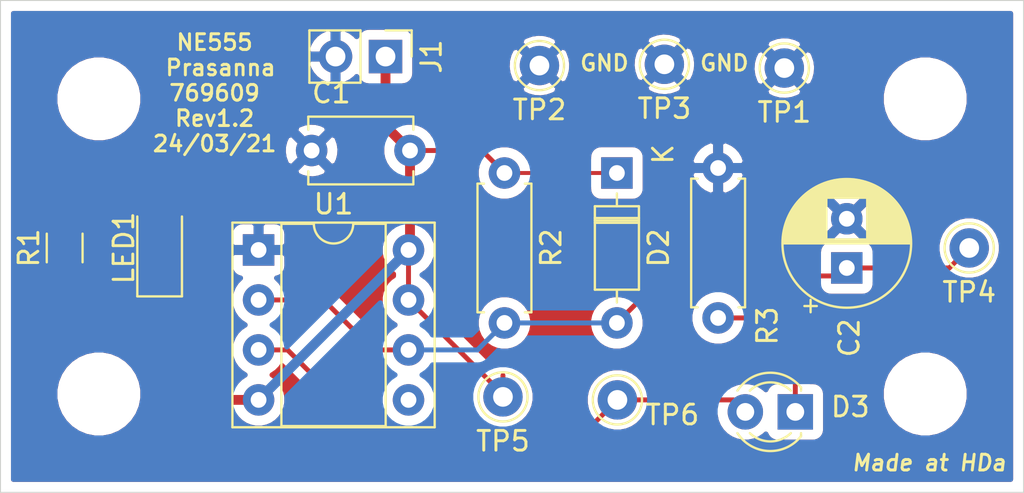
<source format=kicad_pcb>
(kicad_pcb (version 20171130) (host pcbnew 5.1.9-73d0e3b20d~88~ubuntu20.04.1)

  (general
    (thickness 1.6)
    (drawings 8)
    (tracks 50)
    (zones 0)
    (modules 20)
    (nets 8)
  )

  (page A4)
  (layers
    (0 F.Cu signal)
    (31 B.Cu signal)
    (32 B.Adhes user)
    (33 F.Adhes user)
    (34 B.Paste user)
    (35 F.Paste user)
    (36 B.SilkS user)
    (37 F.SilkS user)
    (38 B.Mask user)
    (39 F.Mask user)
    (40 Dwgs.User user hide)
    (41 Cmts.User user)
    (42 Eco1.User user)
    (43 Eco2.User user)
    (44 Edge.Cuts user)
    (45 Margin user)
    (46 B.CrtYd user)
    (47 F.CrtYd user)
    (48 B.Fab user)
    (49 F.Fab user hide)
  )

  (setup
    (last_trace_width 0.25)
    (user_trace_width 0.2)
    (user_trace_width 0.5)
    (trace_clearance 0.2)
    (zone_clearance 0.508)
    (zone_45_only no)
    (trace_min 0.2)
    (via_size 0.8)
    (via_drill 0.4)
    (via_min_size 0.4)
    (via_min_drill 0.3)
    (uvia_size 0.3)
    (uvia_drill 0.1)
    (uvias_allowed no)
    (uvia_min_size 0.2)
    (uvia_min_drill 0.1)
    (edge_width 0.05)
    (segment_width 0.2)
    (pcb_text_width 0.3)
    (pcb_text_size 1.5 1.5)
    (mod_edge_width 0.12)
    (mod_text_size 1 1)
    (mod_text_width 0.15)
    (pad_size 1.524 1.524)
    (pad_drill 0.762)
    (pad_to_mask_clearance 0)
    (aux_axis_origin 0 0)
    (visible_elements FFFFFF7F)
    (pcbplotparams
      (layerselection 0x010fc_ffffffff)
      (usegerberextensions false)
      (usegerberattributes true)
      (usegerberadvancedattributes true)
      (creategerberjobfile true)
      (excludeedgelayer true)
      (linewidth 0.100000)
      (plotframeref false)
      (viasonmask false)
      (mode 1)
      (useauxorigin false)
      (hpglpennumber 1)
      (hpglpenspeed 20)
      (hpglpendiameter 15.000000)
      (psnegative false)
      (psa4output false)
      (plotreference true)
      (plotvalue true)
      (plotinvisibletext false)
      (padsonsilk false)
      (subtractmaskfromsilk false)
      (outputformat 1)
      (mirror false)
      (drillshape 0)
      (scaleselection 1)
      (outputdirectory "R_1_Gerber"))
  )

  (net 0 "")
  (net 1 GND)
  (net 2 +9V)
  (net 3 /THR)
  (net 4 "Net-(D3-Pad2)")
  (net 5 "Net-(D3-Pad1)")
  (net 6 "Net-(U1-Pad5)")
  (net 7 "Net-(LED1-Pad2)")

  (net_class Default "This is the default net class."
    (clearance 0.2)
    (trace_width 0.25)
    (via_dia 0.8)
    (via_drill 0.4)
    (uvia_dia 0.3)
    (uvia_drill 0.1)
    (add_net +9V)
    (add_net /THR)
    (add_net GND)
    (add_net "Net-(D3-Pad1)")
    (add_net "Net-(D3-Pad2)")
    (add_net "Net-(LED1-Pad2)")
    (add_net "Net-(U1-Pad5)")
  )

  (module Resistor_THT:R_Axial_DIN0207_L6.3mm_D2.5mm_P7.62mm_Horizontal (layer F.Cu) (tedit 5AE5139B) (tstamp 605A5DCD)
    (at 86.614 48.768 270)
    (descr "Resistor, Axial_DIN0207 series, Axial, Horizontal, pin pitch=7.62mm, 0.25W = 1/4W, length*diameter=6.3*2.5mm^2, http://cdn-reichelt.de/documents/datenblatt/B400/1_4W%23YAG.pdf")
    (tags "Resistor Axial_DIN0207 series Axial Horizontal pin pitch 7.62mm 0.25W = 1/4W length 6.3mm diameter 2.5mm")
    (path /605939DC)
    (fp_text reference R2 (at 3.81 -2.37 90) (layer F.SilkS)
      (effects (font (size 1 1) (thickness 0.15)))
    )
    (fp_text value 15k (at 3.81 2.37 90) (layer F.Fab)
      (effects (font (size 1 1) (thickness 0.15)))
    )
    (fp_line (start 8.67 -1.5) (end -1.05 -1.5) (layer F.CrtYd) (width 0.05))
    (fp_line (start 8.67 1.5) (end 8.67 -1.5) (layer F.CrtYd) (width 0.05))
    (fp_line (start -1.05 1.5) (end 8.67 1.5) (layer F.CrtYd) (width 0.05))
    (fp_line (start -1.05 -1.5) (end -1.05 1.5) (layer F.CrtYd) (width 0.05))
    (fp_line (start 7.08 1.37) (end 7.08 1.04) (layer F.SilkS) (width 0.12))
    (fp_line (start 0.54 1.37) (end 7.08 1.37) (layer F.SilkS) (width 0.12))
    (fp_line (start 0.54 1.04) (end 0.54 1.37) (layer F.SilkS) (width 0.12))
    (fp_line (start 7.08 -1.37) (end 7.08 -1.04) (layer F.SilkS) (width 0.12))
    (fp_line (start 0.54 -1.37) (end 7.08 -1.37) (layer F.SilkS) (width 0.12))
    (fp_line (start 0.54 -1.04) (end 0.54 -1.37) (layer F.SilkS) (width 0.12))
    (fp_line (start 7.62 0) (end 6.96 0) (layer F.Fab) (width 0.1))
    (fp_line (start 0 0) (end 0.66 0) (layer F.Fab) (width 0.1))
    (fp_line (start 6.96 -1.25) (end 0.66 -1.25) (layer F.Fab) (width 0.1))
    (fp_line (start 6.96 1.25) (end 6.96 -1.25) (layer F.Fab) (width 0.1))
    (fp_line (start 0.66 1.25) (end 6.96 1.25) (layer F.Fab) (width 0.1))
    (fp_line (start 0.66 -1.25) (end 0.66 1.25) (layer F.Fab) (width 0.1))
    (fp_text user %R (at 3.81 0 90) (layer F.Fab)
      (effects (font (size 1 1) (thickness 0.15)))
    )
    (pad 2 thru_hole oval (at 7.62 0 270) (size 1.6 1.6) (drill 0.8) (layers *.Cu *.Mask)
      (net 3 /THR))
    (pad 1 thru_hole circle (at 0 0 270) (size 1.6 1.6) (drill 0.8) (layers *.Cu *.Mask)
      (net 2 +9V))
    (model ${KISYS3DMOD}/Resistor_THT.3dshapes/R_Axial_DIN0207_L6.3mm_D2.5mm_P7.62mm_Horizontal.wrl
      (at (xyz 0 0 0))
      (scale (xyz 1 1 1))
      (rotate (xyz 0 0 0))
    )
  )

  (module Connector_Pin:Pin_D1.0mm_L10.0mm (layer F.Cu) (tedit 5A1DC084) (tstamp 605A5A7F)
    (at 92.3544 60.2996)
    (descr "solder Pin_ diameter 1.0mm, hole diameter 1.0mm (press fit), length 10.0mm")
    (tags "solder Pin_ press fit")
    (path /605B254E)
    (fp_text reference TP6 (at 2.794 0.762) (layer F.SilkS)
      (effects (font (size 1 1) (thickness 0.15)))
    )
    (fp_text value TestPoint (at 0 -2.05) (layer F.Fab)
      (effects (font (size 1 1) (thickness 0.15)))
    )
    (fp_circle (center 0 0) (end 1.5 0) (layer F.CrtYd) (width 0.05))
    (fp_circle (center 0 0) (end 0.5 0) (layer F.Fab) (width 0.12))
    (fp_circle (center 0 0) (end 1 0) (layer F.Fab) (width 0.12))
    (fp_circle (center 0 0) (end 1.25 0.05) (layer F.SilkS) (width 0.12))
    (fp_text user %R (at 0 2.25) (layer F.Fab)
      (effects (font (size 1 1) (thickness 0.15)))
    )
    (pad 1 thru_hole circle (at 0 0) (size 2 2) (drill 1) (layers *.Cu *.Mask)
      (net 4 "Net-(D3-Pad2)"))
    (model ${KISYS3DMOD}/Connector_Pin.3dshapes/Pin_D1.0mm_L10.0mm.wrl
      (at (xyz 0 0 0))
      (scale (xyz 1 1 1))
      (rotate (xyz 0 0 0))
    )
  )

  (module Connector_Pin:Pin_D1.0mm_L10.0mm (layer F.Cu) (tedit 5A1DC084) (tstamp 605A5A77)
    (at 86.5378 60.1472)
    (descr "solder Pin_ diameter 1.0mm, hole diameter 1.0mm (press fit), length 10.0mm")
    (tags "solder Pin_ press fit")
    (path /605AE5AE)
    (fp_text reference TP5 (at 0 2.25) (layer F.SilkS)
      (effects (font (size 1 1) (thickness 0.15)))
    )
    (fp_text value TestPoint (at 0 -2.05) (layer F.Fab)
      (effects (font (size 1 1) (thickness 0.15)))
    )
    (fp_circle (center 0 0) (end 1.5 0) (layer F.CrtYd) (width 0.05))
    (fp_circle (center 0 0) (end 0.5 0) (layer F.Fab) (width 0.12))
    (fp_circle (center 0 0) (end 1 0) (layer F.Fab) (width 0.12))
    (fp_circle (center 0 0) (end 1.25 0.05) (layer F.SilkS) (width 0.12))
    (fp_text user %R (at 0 2.25) (layer F.Fab)
      (effects (font (size 1 1) (thickness 0.15)))
    )
    (pad 1 thru_hole circle (at 0 0) (size 2 2) (drill 1) (layers *.Cu *.Mask)
      (net 2 +9V))
    (model ${KISYS3DMOD}/Connector_Pin.3dshapes/Pin_D1.0mm_L10.0mm.wrl
      (at (xyz 0 0 0))
      (scale (xyz 1 1 1))
      (rotate (xyz 0 0 0))
    )
  )

  (module Connector_Pin:Pin_D1.0mm_L10.0mm (layer F.Cu) (tedit 5A1DC084) (tstamp 605A5A6F)
    (at 110.236 52.578)
    (descr "solder Pin_ diameter 1.0mm, hole diameter 1.0mm (press fit), length 10.0mm")
    (tags "solder Pin_ press fit")
    (path /605B1A03)
    (fp_text reference TP4 (at 0 2.25) (layer F.SilkS)
      (effects (font (size 1 1) (thickness 0.15)))
    )
    (fp_text value TestPoint (at 0 -2.05) (layer F.Fab)
      (effects (font (size 1 1) (thickness 0.15)))
    )
    (fp_circle (center 0 0) (end 1.5 0) (layer F.CrtYd) (width 0.05))
    (fp_circle (center 0 0) (end 0.5 0) (layer F.Fab) (width 0.12))
    (fp_circle (center 0 0) (end 1 0) (layer F.Fab) (width 0.12))
    (fp_circle (center 0 0) (end 1.25 0.05) (layer F.SilkS) (width 0.12))
    (fp_text user %R (at 0 2.25) (layer F.Fab)
      (effects (font (size 1 1) (thickness 0.15)))
    )
    (pad 1 thru_hole circle (at 0 0) (size 2 2) (drill 1) (layers *.Cu *.Mask)
      (net 3 /THR))
    (model ${KISYS3DMOD}/Connector_Pin.3dshapes/Pin_D1.0mm_L10.0mm.wrl
      (at (xyz 0 0 0))
      (scale (xyz 1 1 1))
      (rotate (xyz 0 0 0))
    )
  )

  (module Connector_Pin:Pin_D1.0mm_L10.0mm (layer F.Cu) (tedit 5A1DC084) (tstamp 605A5A67)
    (at 94.742 43.2435)
    (descr "solder Pin_ diameter 1.0mm, hole diameter 1.0mm (press fit), length 10.0mm")
    (tags "solder Pin_ press fit")
    (path /605B2BCF)
    (fp_text reference TP3 (at 0 2.25) (layer F.SilkS)
      (effects (font (size 1 1) (thickness 0.15)))
    )
    (fp_text value TestPoint (at 0 -2.05) (layer F.Fab)
      (effects (font (size 1 1) (thickness 0.15)))
    )
    (fp_circle (center 0 0) (end 1.5 0) (layer F.CrtYd) (width 0.05))
    (fp_circle (center 0 0) (end 0.5 0) (layer F.Fab) (width 0.12))
    (fp_circle (center 0 0) (end 1 0) (layer F.Fab) (width 0.12))
    (fp_circle (center 0 0) (end 1.25 0.05) (layer F.SilkS) (width 0.12))
    (fp_text user %R (at 0 2.25) (layer F.Fab)
      (effects (font (size 1 1) (thickness 0.15)))
    )
    (pad 1 thru_hole circle (at 0 0) (size 2 2) (drill 1) (layers *.Cu *.Mask)
      (net 1 GND))
    (model ${KISYS3DMOD}/Connector_Pin.3dshapes/Pin_D1.0mm_L10.0mm.wrl
      (at (xyz 0 0 0))
      (scale (xyz 1 1 1))
      (rotate (xyz 0 0 0))
    )
  )

  (module Connector_Pin:Pin_D1.0mm_L10.0mm (layer F.Cu) (tedit 5A1DC084) (tstamp 605A5A5F)
    (at 88.392 43.307)
    (descr "solder Pin_ diameter 1.0mm, hole diameter 1.0mm (press fit), length 10.0mm")
    (tags "solder Pin_ press fit")
    (path /605B36F7)
    (fp_text reference TP2 (at 0 2.25) (layer F.SilkS)
      (effects (font (size 1 1) (thickness 0.15)))
    )
    (fp_text value TestPoint (at 0 -2.05) (layer F.Fab)
      (effects (font (size 1 1) (thickness 0.15)))
    )
    (fp_circle (center 0 0) (end 1.5 0) (layer F.CrtYd) (width 0.05))
    (fp_circle (center 0 0) (end 0.5 0) (layer F.Fab) (width 0.12))
    (fp_circle (center 0 0) (end 1 0) (layer F.Fab) (width 0.12))
    (fp_circle (center 0 0) (end 1.25 0.05) (layer F.SilkS) (width 0.12))
    (fp_text user %R (at 0 2.25) (layer F.Fab)
      (effects (font (size 1 1) (thickness 0.15)))
    )
    (pad 1 thru_hole circle (at 0 0) (size 2 2) (drill 1) (layers *.Cu *.Mask)
      (net 1 GND))
    (model ${KISYS3DMOD}/Connector_Pin.3dshapes/Pin_D1.0mm_L10.0mm.wrl
      (at (xyz 0 0 0))
      (scale (xyz 1 1 1))
      (rotate (xyz 0 0 0))
    )
  )

  (module Connector_Pin:Pin_D1.0mm_L10.0mm (layer F.Cu) (tedit 5A1DC084) (tstamp 605A5A57)
    (at 100.838 43.434)
    (descr "solder Pin_ diameter 1.0mm, hole diameter 1.0mm (press fit), length 10.0mm")
    (tags "solder Pin_ press fit")
    (path /605B3E66)
    (fp_text reference TP1 (at 0 2.25) (layer F.SilkS)
      (effects (font (size 1 1) (thickness 0.15)))
    )
    (fp_text value TestPoint (at 0 -2.05) (layer F.Fab)
      (effects (font (size 1 1) (thickness 0.15)))
    )
    (fp_circle (center 0 0) (end 1.5 0) (layer F.CrtYd) (width 0.05))
    (fp_circle (center 0 0) (end 0.5 0) (layer F.Fab) (width 0.12))
    (fp_circle (center 0 0) (end 1 0) (layer F.Fab) (width 0.12))
    (fp_circle (center 0 0) (end 1.25 0.05) (layer F.SilkS) (width 0.12))
    (fp_text user %R (at 0 2.25) (layer F.Fab)
      (effects (font (size 1 1) (thickness 0.15)))
    )
    (pad 1 thru_hole circle (at 0 0) (size 2 2) (drill 1) (layers *.Cu *.Mask)
      (net 1 GND))
    (model ${KISYS3DMOD}/Connector_Pin.3dshapes/Pin_D1.0mm_L10.0mm.wrl
      (at (xyz 0 0 0))
      (scale (xyz 1 1 1))
      (rotate (xyz 0 0 0))
    )
  )

  (module Resistor_SMD:R_1206_3216Metric_Pad1.30x1.75mm_HandSolder (layer F.Cu) (tedit 5F68FEEE) (tstamp 605AAC5C)
    (at 64.262 52.578 90)
    (descr "Resistor SMD 1206 (3216 Metric), square (rectangular) end terminal, IPC_7351 nominal with elongated pad for handsoldering. (Body size source: IPC-SM-782 page 72, https://www.pcb-3d.com/wordpress/wp-content/uploads/ipc-sm-782a_amendment_1_and_2.pdf), generated with kicad-footprint-generator")
    (tags "resistor handsolder")
    (path /60587B65)
    (attr smd)
    (fp_text reference R1 (at 0 -1.82 90) (layer F.SilkS)
      (effects (font (size 1 1) (thickness 0.15)))
    )
    (fp_text value 390 (at 0 1.82 90) (layer F.Fab)
      (effects (font (size 1 1) (thickness 0.15)))
    )
    (fp_line (start 2.45 1.12) (end -2.45 1.12) (layer F.CrtYd) (width 0.05))
    (fp_line (start 2.45 -1.12) (end 2.45 1.12) (layer F.CrtYd) (width 0.05))
    (fp_line (start -2.45 -1.12) (end 2.45 -1.12) (layer F.CrtYd) (width 0.05))
    (fp_line (start -2.45 1.12) (end -2.45 -1.12) (layer F.CrtYd) (width 0.05))
    (fp_line (start -0.727064 0.91) (end 0.727064 0.91) (layer F.SilkS) (width 0.12))
    (fp_line (start -0.727064 -0.91) (end 0.727064 -0.91) (layer F.SilkS) (width 0.12))
    (fp_line (start 1.6 0.8) (end -1.6 0.8) (layer F.Fab) (width 0.1))
    (fp_line (start 1.6 -0.8) (end 1.6 0.8) (layer F.Fab) (width 0.1))
    (fp_line (start -1.6 -0.8) (end 1.6 -0.8) (layer F.Fab) (width 0.1))
    (fp_line (start -1.6 0.8) (end -1.6 -0.8) (layer F.Fab) (width 0.1))
    (fp_text user %R (at 0 0 90) (layer F.Fab)
      (effects (font (size 0.8 0.8) (thickness 0.12)))
    )
    (pad 2 smd roundrect (at 1.55 0 90) (size 1.3 1.75) (layers F.Cu F.Paste F.Mask) (roundrect_rratio 0.1923076923076923)
      (net 7 "Net-(LED1-Pad2)"))
    (pad 1 smd roundrect (at -1.55 0 90) (size 1.3 1.75) (layers F.Cu F.Paste F.Mask) (roundrect_rratio 0.1923076923076923)
      (net 2 +9V))
    (model ${KISYS3DMOD}/Resistor_SMD.3dshapes/R_1206_3216Metric.wrl
      (at (xyz 0 0 0))
      (scale (xyz 1 1 1))
      (rotate (xyz 0 0 0))
    )
  )

  (module LED_THT:LED_D3.0mm (layer F.Cu) (tedit 587A3A7B) (tstamp 605A59FA)
    (at 101.3968 60.9092 180)
    (descr "LED, diameter 3.0mm, 2 pins")
    (tags "LED diameter 3.0mm 2 pins")
    (path /605F5B88)
    (fp_text reference D3 (at -2.794 0.254) (layer F.SilkS)
      (effects (font (size 1 1) (thickness 0.15)))
    )
    (fp_text value LED_Red (at 1.27 2.96) (layer F.Fab)
      (effects (font (size 1 1) (thickness 0.15)))
    )
    (fp_line (start 3.7 -2.25) (end -1.15 -2.25) (layer F.CrtYd) (width 0.05))
    (fp_line (start 3.7 2.25) (end 3.7 -2.25) (layer F.CrtYd) (width 0.05))
    (fp_line (start -1.15 2.25) (end 3.7 2.25) (layer F.CrtYd) (width 0.05))
    (fp_line (start -1.15 -2.25) (end -1.15 2.25) (layer F.CrtYd) (width 0.05))
    (fp_line (start -0.29 1.08) (end -0.29 1.236) (layer F.SilkS) (width 0.12))
    (fp_line (start -0.29 -1.236) (end -0.29 -1.08) (layer F.SilkS) (width 0.12))
    (fp_line (start -0.23 -1.16619) (end -0.23 1.16619) (layer F.Fab) (width 0.1))
    (fp_circle (center 1.27 0) (end 2.77 0) (layer F.Fab) (width 0.1))
    (fp_arc (start 1.27 0) (end 0.229039 1.08) (angle -87.9) (layer F.SilkS) (width 0.12))
    (fp_arc (start 1.27 0) (end 0.229039 -1.08) (angle 87.9) (layer F.SilkS) (width 0.12))
    (fp_arc (start 1.27 0) (end -0.29 1.235516) (angle -108.8) (layer F.SilkS) (width 0.12))
    (fp_arc (start 1.27 0) (end -0.29 -1.235516) (angle 108.8) (layer F.SilkS) (width 0.12))
    (fp_arc (start 1.27 0) (end -0.23 -1.16619) (angle 284.3) (layer F.Fab) (width 0.1))
    (pad 2 thru_hole circle (at 2.54 0 180) (size 1.8 1.8) (drill 0.9) (layers *.Cu *.Mask)
      (net 4 "Net-(D3-Pad2)"))
    (pad 1 thru_hole rect (at 0 0 180) (size 1.8 1.8) (drill 0.9) (layers *.Cu *.Mask)
      (net 5 "Net-(D3-Pad1)"))
    (model ${KISYS3DMOD}/LED_THT.3dshapes/LED_D3.0mm.wrl
      (at (xyz 0 0 0))
      (scale (xyz 1 1 1))
      (rotate (xyz 0 0 0))
    )
  )

  (module Resistor_THT:R_Axial_DIN0207_L6.3mm_D2.5mm_P7.62mm_Horizontal (layer F.Cu) (tedit 5AE5139B) (tstamp 605A5A4F)
    (at 97.4725 56.134 90)
    (descr "Resistor, Axial_DIN0207 series, Axial, Horizontal, pin pitch=7.62mm, 0.25W = 1/4W, length*diameter=6.3*2.5mm^2, http://cdn-reichelt.de/documents/datenblatt/B400/1_4W%23YAG.pdf")
    (tags "Resistor Axial_DIN0207 series Axial Horizontal pin pitch 7.62mm 0.25W = 1/4W length 6.3mm diameter 2.5mm")
    (path /60593D71)
    (fp_text reference R3 (at -0.4064 2.5019 90) (layer F.SilkS)
      (effects (font (size 1 1) (thickness 0.15)))
    )
    (fp_text value 330 (at 3.81 2.37 90) (layer F.Fab)
      (effects (font (size 1 1) (thickness 0.15)))
    )
    (fp_line (start 8.67 -1.5) (end -1.05 -1.5) (layer F.CrtYd) (width 0.05))
    (fp_line (start 8.67 1.5) (end 8.67 -1.5) (layer F.CrtYd) (width 0.05))
    (fp_line (start -1.05 1.5) (end 8.67 1.5) (layer F.CrtYd) (width 0.05))
    (fp_line (start -1.05 -1.5) (end -1.05 1.5) (layer F.CrtYd) (width 0.05))
    (fp_line (start 7.08 1.37) (end 7.08 1.04) (layer F.SilkS) (width 0.12))
    (fp_line (start 0.54 1.37) (end 7.08 1.37) (layer F.SilkS) (width 0.12))
    (fp_line (start 0.54 1.04) (end 0.54 1.37) (layer F.SilkS) (width 0.12))
    (fp_line (start 7.08 -1.37) (end 7.08 -1.04) (layer F.SilkS) (width 0.12))
    (fp_line (start 0.54 -1.37) (end 7.08 -1.37) (layer F.SilkS) (width 0.12))
    (fp_line (start 0.54 -1.04) (end 0.54 -1.37) (layer F.SilkS) (width 0.12))
    (fp_line (start 7.62 0) (end 6.96 0) (layer F.Fab) (width 0.1))
    (fp_line (start 0 0) (end 0.66 0) (layer F.Fab) (width 0.1))
    (fp_line (start 6.96 -1.25) (end 0.66 -1.25) (layer F.Fab) (width 0.1))
    (fp_line (start 6.96 1.25) (end 6.96 -1.25) (layer F.Fab) (width 0.1))
    (fp_line (start 0.66 1.25) (end 6.96 1.25) (layer F.Fab) (width 0.1))
    (fp_line (start 0.66 -1.25) (end 0.66 1.25) (layer F.Fab) (width 0.1))
    (fp_text user %R (at 3.81 0 90) (layer F.Fab)
      (effects (font (size 1 1) (thickness 0.15)))
    )
    (pad 2 thru_hole oval (at 7.62 0 90) (size 1.6 1.6) (drill 0.8) (layers *.Cu *.Mask)
      (net 1 GND))
    (pad 1 thru_hole circle (at 0 0 90) (size 1.6 1.6) (drill 0.8) (layers *.Cu *.Mask)
      (net 5 "Net-(D3-Pad1)"))
    (model ${KISYS3DMOD}/Resistor_THT.3dshapes/R_Axial_DIN0207_L6.3mm_D2.5mm_P7.62mm_Horizontal.wrl
      (at (xyz 0 0 0))
      (scale (xyz 1 1 1))
      (rotate (xyz 0 0 0))
    )
  )

  (module Package_DIP:DIP-8_W7.62mm_Socket (layer F.Cu) (tedit 5A02E8C5) (tstamp 605A5C94)
    (at 74.1172 52.6796)
    (descr "8-lead though-hole mounted DIP package, row spacing 7.62 mm (300 mils), Socket")
    (tags "THT DIP DIL PDIP 2.54mm 7.62mm 300mil Socket")
    (path /605943E4)
    (fp_text reference U1 (at 3.81 -2.33) (layer F.SilkS)
      (effects (font (size 1 1) (thickness 0.15)))
    )
    (fp_text value NE555P (at 3.81 9.95) (layer F.Fab)
      (effects (font (size 1 1) (thickness 0.15)))
    )
    (fp_line (start 1.635 -1.27) (end 6.985 -1.27) (layer F.Fab) (width 0.1))
    (fp_line (start 6.985 -1.27) (end 6.985 8.89) (layer F.Fab) (width 0.1))
    (fp_line (start 6.985 8.89) (end 0.635 8.89) (layer F.Fab) (width 0.1))
    (fp_line (start 0.635 8.89) (end 0.635 -0.27) (layer F.Fab) (width 0.1))
    (fp_line (start 0.635 -0.27) (end 1.635 -1.27) (layer F.Fab) (width 0.1))
    (fp_line (start -1.27 -1.33) (end -1.27 8.95) (layer F.Fab) (width 0.1))
    (fp_line (start -1.27 8.95) (end 8.89 8.95) (layer F.Fab) (width 0.1))
    (fp_line (start 8.89 8.95) (end 8.89 -1.33) (layer F.Fab) (width 0.1))
    (fp_line (start 8.89 -1.33) (end -1.27 -1.33) (layer F.Fab) (width 0.1))
    (fp_line (start 2.81 -1.33) (end 1.16 -1.33) (layer F.SilkS) (width 0.12))
    (fp_line (start 1.16 -1.33) (end 1.16 8.95) (layer F.SilkS) (width 0.12))
    (fp_line (start 1.16 8.95) (end 6.46 8.95) (layer F.SilkS) (width 0.12))
    (fp_line (start 6.46 8.95) (end 6.46 -1.33) (layer F.SilkS) (width 0.12))
    (fp_line (start 6.46 -1.33) (end 4.81 -1.33) (layer F.SilkS) (width 0.12))
    (fp_line (start -1.33 -1.39) (end -1.33 9.01) (layer F.SilkS) (width 0.12))
    (fp_line (start -1.33 9.01) (end 8.95 9.01) (layer F.SilkS) (width 0.12))
    (fp_line (start 8.95 9.01) (end 8.95 -1.39) (layer F.SilkS) (width 0.12))
    (fp_line (start 8.95 -1.39) (end -1.33 -1.39) (layer F.SilkS) (width 0.12))
    (fp_line (start -1.55 -1.6) (end -1.55 9.2) (layer F.CrtYd) (width 0.05))
    (fp_line (start -1.55 9.2) (end 9.15 9.2) (layer F.CrtYd) (width 0.05))
    (fp_line (start 9.15 9.2) (end 9.15 -1.6) (layer F.CrtYd) (width 0.05))
    (fp_line (start 9.15 -1.6) (end -1.55 -1.6) (layer F.CrtYd) (width 0.05))
    (fp_text user %R (at 3.81 3.81) (layer F.Fab)
      (effects (font (size 1 1) (thickness 0.15)))
    )
    (fp_arc (start 3.81 -1.33) (end 2.81 -1.33) (angle -180) (layer F.SilkS) (width 0.12))
    (pad 8 thru_hole oval (at 7.62 0) (size 1.6 1.6) (drill 0.8) (layers *.Cu *.Mask)
      (net 2 +9V))
    (pad 4 thru_hole oval (at 0 7.62) (size 1.6 1.6) (drill 0.8) (layers *.Cu *.Mask)
      (net 2 +9V))
    (pad 7 thru_hole oval (at 7.62 2.54) (size 1.6 1.6) (drill 0.8) (layers *.Cu *.Mask)
      (net 2 +9V))
    (pad 3 thru_hole oval (at 0 5.08) (size 1.6 1.6) (drill 0.8) (layers *.Cu *.Mask)
      (net 4 "Net-(D3-Pad2)"))
    (pad 6 thru_hole oval (at 7.62 5.08) (size 1.6 1.6) (drill 0.8) (layers *.Cu *.Mask)
      (net 3 /THR))
    (pad 2 thru_hole oval (at 0 2.54) (size 1.6 1.6) (drill 0.8) (layers *.Cu *.Mask)
      (net 3 /THR))
    (pad 5 thru_hole oval (at 7.62 7.62) (size 1.6 1.6) (drill 0.8) (layers *.Cu *.Mask)
      (net 6 "Net-(U1-Pad5)"))
    (pad 1 thru_hole rect (at 0 0) (size 1.6 1.6) (drill 0.8) (layers *.Cu *.Mask)
      (net 1 GND))
    (model ${KISYS3DMOD}/Package_DIP.3dshapes/DIP-8_W7.62mm_Socket.wrl
      (at (xyz 0 0 0))
      (scale (xyz 1 1 1))
      (rotate (xyz 0 0 0))
    )
  )

  (module Connector_PinHeader_2.54mm:PinHeader_1x02_P2.54mm_Vertical (layer F.Cu) (tedit 59FED5CC) (tstamp 605A5A10)
    (at 80.5688 42.8498 270)
    (descr "Through hole straight pin header, 1x02, 2.54mm pitch, single row")
    (tags "Through hole pin header THT 1x02 2.54mm single row")
    (path /605A85D7)
    (fp_text reference J1 (at 0 -2.33 90) (layer F.SilkS)
      (effects (font (size 1 1) (thickness 0.15)))
    )
    (fp_text value Conn_01x02_Male (at 0 4.87 90) (layer F.Fab)
      (effects (font (size 1 1) (thickness 0.15)))
    )
    (fp_line (start -0.635 -1.27) (end 1.27 -1.27) (layer F.Fab) (width 0.1))
    (fp_line (start 1.27 -1.27) (end 1.27 3.81) (layer F.Fab) (width 0.1))
    (fp_line (start 1.27 3.81) (end -1.27 3.81) (layer F.Fab) (width 0.1))
    (fp_line (start -1.27 3.81) (end -1.27 -0.635) (layer F.Fab) (width 0.1))
    (fp_line (start -1.27 -0.635) (end -0.635 -1.27) (layer F.Fab) (width 0.1))
    (fp_line (start -1.33 3.87) (end 1.33 3.87) (layer F.SilkS) (width 0.12))
    (fp_line (start -1.33 1.27) (end -1.33 3.87) (layer F.SilkS) (width 0.12))
    (fp_line (start 1.33 1.27) (end 1.33 3.87) (layer F.SilkS) (width 0.12))
    (fp_line (start -1.33 1.27) (end 1.33 1.27) (layer F.SilkS) (width 0.12))
    (fp_line (start -1.33 0) (end -1.33 -1.33) (layer F.SilkS) (width 0.12))
    (fp_line (start -1.33 -1.33) (end 0 -1.33) (layer F.SilkS) (width 0.12))
    (fp_line (start -1.8 -1.8) (end -1.8 4.35) (layer F.CrtYd) (width 0.05))
    (fp_line (start -1.8 4.35) (end 1.8 4.35) (layer F.CrtYd) (width 0.05))
    (fp_line (start 1.8 4.35) (end 1.8 -1.8) (layer F.CrtYd) (width 0.05))
    (fp_line (start 1.8 -1.8) (end -1.8 -1.8) (layer F.CrtYd) (width 0.05))
    (fp_text user %R (at 0 1.27) (layer F.Fab)
      (effects (font (size 1 1) (thickness 0.15)))
    )
    (pad 2 thru_hole oval (at 0 2.54 270) (size 1.7 1.7) (drill 1) (layers *.Cu *.Mask)
      (net 1 GND))
    (pad 1 thru_hole rect (at 0 0 270) (size 1.7 1.7) (drill 1) (layers *.Cu *.Mask)
      (net 2 +9V))
    (model ${KISYS3DMOD}/Connector_PinHeader_2.54mm.3dshapes/PinHeader_1x02_P2.54mm_Vertical.wrl
      (at (xyz 0 0 0))
      (scale (xyz 1 1 1))
      (rotate (xyz 0 0 0))
    )
  )

  (module Diode_THT:D_DO-35_SOD27_P7.62mm_Horizontal (layer F.Cu) (tedit 5AE50CD5) (tstamp 605A59E9)
    (at 92.329 48.768 270)
    (descr "Diode, DO-35_SOD27 series, Axial, Horizontal, pin pitch=7.62mm, , length*diameter=4*2mm^2, , http://www.diodes.com/_files/packages/DO-35.pdf")
    (tags "Diode DO-35_SOD27 series Axial Horizontal pin pitch 7.62mm  length 4mm diameter 2mm")
    (path /605A4F95)
    (fp_text reference D2 (at 3.81 -2.12 90) (layer F.SilkS)
      (effects (font (size 1 1) (thickness 0.15)))
    )
    (fp_text value DIODE_IN4148 (at 3.81 2.12 90) (layer F.Fab)
      (effects (font (size 1 1) (thickness 0.15)))
    )
    (fp_line (start 1.81 -1) (end 1.81 1) (layer F.Fab) (width 0.1))
    (fp_line (start 1.81 1) (end 5.81 1) (layer F.Fab) (width 0.1))
    (fp_line (start 5.81 1) (end 5.81 -1) (layer F.Fab) (width 0.1))
    (fp_line (start 5.81 -1) (end 1.81 -1) (layer F.Fab) (width 0.1))
    (fp_line (start 0 0) (end 1.81 0) (layer F.Fab) (width 0.1))
    (fp_line (start 7.62 0) (end 5.81 0) (layer F.Fab) (width 0.1))
    (fp_line (start 2.41 -1) (end 2.41 1) (layer F.Fab) (width 0.1))
    (fp_line (start 2.51 -1) (end 2.51 1) (layer F.Fab) (width 0.1))
    (fp_line (start 2.31 -1) (end 2.31 1) (layer F.Fab) (width 0.1))
    (fp_line (start 1.69 -1.12) (end 1.69 1.12) (layer F.SilkS) (width 0.12))
    (fp_line (start 1.69 1.12) (end 5.93 1.12) (layer F.SilkS) (width 0.12))
    (fp_line (start 5.93 1.12) (end 5.93 -1.12) (layer F.SilkS) (width 0.12))
    (fp_line (start 5.93 -1.12) (end 1.69 -1.12) (layer F.SilkS) (width 0.12))
    (fp_line (start 1.04 0) (end 1.69 0) (layer F.SilkS) (width 0.12))
    (fp_line (start 6.58 0) (end 5.93 0) (layer F.SilkS) (width 0.12))
    (fp_line (start 2.41 -1.12) (end 2.41 1.12) (layer F.SilkS) (width 0.12))
    (fp_line (start 2.53 -1.12) (end 2.53 1.12) (layer F.SilkS) (width 0.12))
    (fp_line (start 2.29 -1.12) (end 2.29 1.12) (layer F.SilkS) (width 0.12))
    (fp_line (start -1.05 -1.25) (end -1.05 1.25) (layer F.CrtYd) (width 0.05))
    (fp_line (start -1.05 1.25) (end 8.67 1.25) (layer F.CrtYd) (width 0.05))
    (fp_line (start 8.67 1.25) (end 8.67 -1.25) (layer F.CrtYd) (width 0.05))
    (fp_line (start 8.67 -1.25) (end -1.05 -1.25) (layer F.CrtYd) (width 0.05))
    (fp_text user K (at -0.9525 -2.3495 90) (layer F.SilkS)
      (effects (font (size 1 1) (thickness 0.15)))
    )
    (fp_text user K (at 0 -1.8 90) (layer F.Fab)
      (effects (font (size 1 1) (thickness 0.15)))
    )
    (fp_text user %R (at 4.11 0 90) (layer F.Fab)
      (effects (font (size 0.8 0.8) (thickness 0.12)))
    )
    (pad 2 thru_hole oval (at 7.62 0 270) (size 1.6 1.6) (drill 0.8) (layers *.Cu *.Mask)
      (net 3 /THR))
    (pad 1 thru_hole rect (at 0 0 270) (size 1.6 1.6) (drill 0.8) (layers *.Cu *.Mask)
      (net 2 +9V))
    (model ${KISYS3DMOD}/Diode_THT.3dshapes/D_DO-35_SOD27_P7.62mm_Horizontal.wrl
      (at (xyz 0 0 0))
      (scale (xyz 1 1 1))
      (rotate (xyz 0 0 0))
    )
  )

  (module LED_SMD:LED_1206_3216Metric_Pad1.42x1.75mm_HandSolder (layer F.Cu) (tedit 5F68FEF1) (tstamp 605A59CA)
    (at 69.088 52.578 90)
    (descr "LED SMD 1206 (3216 Metric), square (rectangular) end terminal, IPC_7351 nominal, (Body size source: http://www.tortai-tech.com/upload/download/2011102023233369053.pdf), generated with kicad-footprint-generator")
    (tags "LED handsolder")
    (path /6058E384)
    (attr smd)
    (fp_text reference LED1 (at 0 -1.82 90) (layer F.SilkS)
      (effects (font (size 1 1) (thickness 0.15)))
    )
    (fp_text value LED_Green (at 0 1.82 90) (layer F.Fab)
      (effects (font (size 1 1) (thickness 0.15)))
    )
    (fp_line (start 1.6 -0.8) (end -1.2 -0.8) (layer F.Fab) (width 0.1))
    (fp_line (start -1.2 -0.8) (end -1.6 -0.4) (layer F.Fab) (width 0.1))
    (fp_line (start -1.6 -0.4) (end -1.6 0.8) (layer F.Fab) (width 0.1))
    (fp_line (start -1.6 0.8) (end 1.6 0.8) (layer F.Fab) (width 0.1))
    (fp_line (start 1.6 0.8) (end 1.6 -0.8) (layer F.Fab) (width 0.1))
    (fp_line (start 1.6 -1.135) (end -2.46 -1.135) (layer F.SilkS) (width 0.12))
    (fp_line (start -2.46 -1.135) (end -2.46 1.135) (layer F.SilkS) (width 0.12))
    (fp_line (start -2.46 1.135) (end 1.6 1.135) (layer F.SilkS) (width 0.12))
    (fp_line (start -2.45 1.12) (end -2.45 -1.12) (layer F.CrtYd) (width 0.05))
    (fp_line (start -2.45 -1.12) (end 2.45 -1.12) (layer F.CrtYd) (width 0.05))
    (fp_line (start 2.45 -1.12) (end 2.45 1.12) (layer F.CrtYd) (width 0.05))
    (fp_line (start 2.45 1.12) (end -2.45 1.12) (layer F.CrtYd) (width 0.05))
    (fp_text user %R (at 0 0 90) (layer F.Fab)
      (effects (font (size 0.8 0.8) (thickness 0.12)))
    )
    (pad 2 smd roundrect (at 1.4875 0 90) (size 1.425 1.75) (layers F.Cu F.Paste F.Mask) (roundrect_rratio 0.1754385964912281)
      (net 7 "Net-(LED1-Pad2)"))
    (pad 1 smd roundrect (at -1.4875 0 90) (size 1.425 1.75) (layers F.Cu F.Paste F.Mask) (roundrect_rratio 0.1754385964912281)
      (net 1 GND))
    (model ${KISYS3DMOD}/LED_SMD.3dshapes/LED_1206_3216Metric.wrl
      (at (xyz 0 0 0))
      (scale (xyz 1 1 1))
      (rotate (xyz 0 0 0))
    )
  )

  (module Capacitor_THT:CP_Radial_D6.3mm_P2.50mm (layer F.Cu) (tedit 5AE50EF0) (tstamp 605A59B7)
    (at 104.013 53.594 90)
    (descr "CP, Radial series, Radial, pin pitch=2.50mm, , diameter=6.3mm, Electrolytic Capacitor")
    (tags "CP Radial series Radial pin pitch 2.50mm  diameter 6.3mm Electrolytic Capacitor")
    (path /60595358)
    (fp_text reference C2 (at -3.556 0.127 90) (layer F.SilkS)
      (effects (font (size 1 1) (thickness 0.15)))
    )
    (fp_text value 110uF (at 1.25 4.4 90) (layer F.Fab)
      (effects (font (size 1 1) (thickness 0.15)))
    )
    (fp_circle (center 1.25 0) (end 4.4 0) (layer F.Fab) (width 0.1))
    (fp_circle (center 1.25 0) (end 4.52 0) (layer F.SilkS) (width 0.12))
    (fp_circle (center 1.25 0) (end 4.65 0) (layer F.CrtYd) (width 0.05))
    (fp_line (start -1.443972 -1.3735) (end -0.813972 -1.3735) (layer F.Fab) (width 0.1))
    (fp_line (start -1.128972 -1.6885) (end -1.128972 -1.0585) (layer F.Fab) (width 0.1))
    (fp_line (start 1.25 -3.23) (end 1.25 3.23) (layer F.SilkS) (width 0.12))
    (fp_line (start 1.29 -3.23) (end 1.29 3.23) (layer F.SilkS) (width 0.12))
    (fp_line (start 1.33 -3.23) (end 1.33 3.23) (layer F.SilkS) (width 0.12))
    (fp_line (start 1.37 -3.228) (end 1.37 3.228) (layer F.SilkS) (width 0.12))
    (fp_line (start 1.41 -3.227) (end 1.41 3.227) (layer F.SilkS) (width 0.12))
    (fp_line (start 1.45 -3.224) (end 1.45 3.224) (layer F.SilkS) (width 0.12))
    (fp_line (start 1.49 -3.222) (end 1.49 -1.04) (layer F.SilkS) (width 0.12))
    (fp_line (start 1.49 1.04) (end 1.49 3.222) (layer F.SilkS) (width 0.12))
    (fp_line (start 1.53 -3.218) (end 1.53 -1.04) (layer F.SilkS) (width 0.12))
    (fp_line (start 1.53 1.04) (end 1.53 3.218) (layer F.SilkS) (width 0.12))
    (fp_line (start 1.57 -3.215) (end 1.57 -1.04) (layer F.SilkS) (width 0.12))
    (fp_line (start 1.57 1.04) (end 1.57 3.215) (layer F.SilkS) (width 0.12))
    (fp_line (start 1.61 -3.211) (end 1.61 -1.04) (layer F.SilkS) (width 0.12))
    (fp_line (start 1.61 1.04) (end 1.61 3.211) (layer F.SilkS) (width 0.12))
    (fp_line (start 1.65 -3.206) (end 1.65 -1.04) (layer F.SilkS) (width 0.12))
    (fp_line (start 1.65 1.04) (end 1.65 3.206) (layer F.SilkS) (width 0.12))
    (fp_line (start 1.69 -3.201) (end 1.69 -1.04) (layer F.SilkS) (width 0.12))
    (fp_line (start 1.69 1.04) (end 1.69 3.201) (layer F.SilkS) (width 0.12))
    (fp_line (start 1.73 -3.195) (end 1.73 -1.04) (layer F.SilkS) (width 0.12))
    (fp_line (start 1.73 1.04) (end 1.73 3.195) (layer F.SilkS) (width 0.12))
    (fp_line (start 1.77 -3.189) (end 1.77 -1.04) (layer F.SilkS) (width 0.12))
    (fp_line (start 1.77 1.04) (end 1.77 3.189) (layer F.SilkS) (width 0.12))
    (fp_line (start 1.81 -3.182) (end 1.81 -1.04) (layer F.SilkS) (width 0.12))
    (fp_line (start 1.81 1.04) (end 1.81 3.182) (layer F.SilkS) (width 0.12))
    (fp_line (start 1.85 -3.175) (end 1.85 -1.04) (layer F.SilkS) (width 0.12))
    (fp_line (start 1.85 1.04) (end 1.85 3.175) (layer F.SilkS) (width 0.12))
    (fp_line (start 1.89 -3.167) (end 1.89 -1.04) (layer F.SilkS) (width 0.12))
    (fp_line (start 1.89 1.04) (end 1.89 3.167) (layer F.SilkS) (width 0.12))
    (fp_line (start 1.93 -3.159) (end 1.93 -1.04) (layer F.SilkS) (width 0.12))
    (fp_line (start 1.93 1.04) (end 1.93 3.159) (layer F.SilkS) (width 0.12))
    (fp_line (start 1.971 -3.15) (end 1.971 -1.04) (layer F.SilkS) (width 0.12))
    (fp_line (start 1.971 1.04) (end 1.971 3.15) (layer F.SilkS) (width 0.12))
    (fp_line (start 2.011 -3.141) (end 2.011 -1.04) (layer F.SilkS) (width 0.12))
    (fp_line (start 2.011 1.04) (end 2.011 3.141) (layer F.SilkS) (width 0.12))
    (fp_line (start 2.051 -3.131) (end 2.051 -1.04) (layer F.SilkS) (width 0.12))
    (fp_line (start 2.051 1.04) (end 2.051 3.131) (layer F.SilkS) (width 0.12))
    (fp_line (start 2.091 -3.121) (end 2.091 -1.04) (layer F.SilkS) (width 0.12))
    (fp_line (start 2.091 1.04) (end 2.091 3.121) (layer F.SilkS) (width 0.12))
    (fp_line (start 2.131 -3.11) (end 2.131 -1.04) (layer F.SilkS) (width 0.12))
    (fp_line (start 2.131 1.04) (end 2.131 3.11) (layer F.SilkS) (width 0.12))
    (fp_line (start 2.171 -3.098) (end 2.171 -1.04) (layer F.SilkS) (width 0.12))
    (fp_line (start 2.171 1.04) (end 2.171 3.098) (layer F.SilkS) (width 0.12))
    (fp_line (start 2.211 -3.086) (end 2.211 -1.04) (layer F.SilkS) (width 0.12))
    (fp_line (start 2.211 1.04) (end 2.211 3.086) (layer F.SilkS) (width 0.12))
    (fp_line (start 2.251 -3.074) (end 2.251 -1.04) (layer F.SilkS) (width 0.12))
    (fp_line (start 2.251 1.04) (end 2.251 3.074) (layer F.SilkS) (width 0.12))
    (fp_line (start 2.291 -3.061) (end 2.291 -1.04) (layer F.SilkS) (width 0.12))
    (fp_line (start 2.291 1.04) (end 2.291 3.061) (layer F.SilkS) (width 0.12))
    (fp_line (start 2.331 -3.047) (end 2.331 -1.04) (layer F.SilkS) (width 0.12))
    (fp_line (start 2.331 1.04) (end 2.331 3.047) (layer F.SilkS) (width 0.12))
    (fp_line (start 2.371 -3.033) (end 2.371 -1.04) (layer F.SilkS) (width 0.12))
    (fp_line (start 2.371 1.04) (end 2.371 3.033) (layer F.SilkS) (width 0.12))
    (fp_line (start 2.411 -3.018) (end 2.411 -1.04) (layer F.SilkS) (width 0.12))
    (fp_line (start 2.411 1.04) (end 2.411 3.018) (layer F.SilkS) (width 0.12))
    (fp_line (start 2.451 -3.002) (end 2.451 -1.04) (layer F.SilkS) (width 0.12))
    (fp_line (start 2.451 1.04) (end 2.451 3.002) (layer F.SilkS) (width 0.12))
    (fp_line (start 2.491 -2.986) (end 2.491 -1.04) (layer F.SilkS) (width 0.12))
    (fp_line (start 2.491 1.04) (end 2.491 2.986) (layer F.SilkS) (width 0.12))
    (fp_line (start 2.531 -2.97) (end 2.531 -1.04) (layer F.SilkS) (width 0.12))
    (fp_line (start 2.531 1.04) (end 2.531 2.97) (layer F.SilkS) (width 0.12))
    (fp_line (start 2.571 -2.952) (end 2.571 -1.04) (layer F.SilkS) (width 0.12))
    (fp_line (start 2.571 1.04) (end 2.571 2.952) (layer F.SilkS) (width 0.12))
    (fp_line (start 2.611 -2.934) (end 2.611 -1.04) (layer F.SilkS) (width 0.12))
    (fp_line (start 2.611 1.04) (end 2.611 2.934) (layer F.SilkS) (width 0.12))
    (fp_line (start 2.651 -2.916) (end 2.651 -1.04) (layer F.SilkS) (width 0.12))
    (fp_line (start 2.651 1.04) (end 2.651 2.916) (layer F.SilkS) (width 0.12))
    (fp_line (start 2.691 -2.896) (end 2.691 -1.04) (layer F.SilkS) (width 0.12))
    (fp_line (start 2.691 1.04) (end 2.691 2.896) (layer F.SilkS) (width 0.12))
    (fp_line (start 2.731 -2.876) (end 2.731 -1.04) (layer F.SilkS) (width 0.12))
    (fp_line (start 2.731 1.04) (end 2.731 2.876) (layer F.SilkS) (width 0.12))
    (fp_line (start 2.771 -2.856) (end 2.771 -1.04) (layer F.SilkS) (width 0.12))
    (fp_line (start 2.771 1.04) (end 2.771 2.856) (layer F.SilkS) (width 0.12))
    (fp_line (start 2.811 -2.834) (end 2.811 -1.04) (layer F.SilkS) (width 0.12))
    (fp_line (start 2.811 1.04) (end 2.811 2.834) (layer F.SilkS) (width 0.12))
    (fp_line (start 2.851 -2.812) (end 2.851 -1.04) (layer F.SilkS) (width 0.12))
    (fp_line (start 2.851 1.04) (end 2.851 2.812) (layer F.SilkS) (width 0.12))
    (fp_line (start 2.891 -2.79) (end 2.891 -1.04) (layer F.SilkS) (width 0.12))
    (fp_line (start 2.891 1.04) (end 2.891 2.79) (layer F.SilkS) (width 0.12))
    (fp_line (start 2.931 -2.766) (end 2.931 -1.04) (layer F.SilkS) (width 0.12))
    (fp_line (start 2.931 1.04) (end 2.931 2.766) (layer F.SilkS) (width 0.12))
    (fp_line (start 2.971 -2.742) (end 2.971 -1.04) (layer F.SilkS) (width 0.12))
    (fp_line (start 2.971 1.04) (end 2.971 2.742) (layer F.SilkS) (width 0.12))
    (fp_line (start 3.011 -2.716) (end 3.011 -1.04) (layer F.SilkS) (width 0.12))
    (fp_line (start 3.011 1.04) (end 3.011 2.716) (layer F.SilkS) (width 0.12))
    (fp_line (start 3.051 -2.69) (end 3.051 -1.04) (layer F.SilkS) (width 0.12))
    (fp_line (start 3.051 1.04) (end 3.051 2.69) (layer F.SilkS) (width 0.12))
    (fp_line (start 3.091 -2.664) (end 3.091 -1.04) (layer F.SilkS) (width 0.12))
    (fp_line (start 3.091 1.04) (end 3.091 2.664) (layer F.SilkS) (width 0.12))
    (fp_line (start 3.131 -2.636) (end 3.131 -1.04) (layer F.SilkS) (width 0.12))
    (fp_line (start 3.131 1.04) (end 3.131 2.636) (layer F.SilkS) (width 0.12))
    (fp_line (start 3.171 -2.607) (end 3.171 -1.04) (layer F.SilkS) (width 0.12))
    (fp_line (start 3.171 1.04) (end 3.171 2.607) (layer F.SilkS) (width 0.12))
    (fp_line (start 3.211 -2.578) (end 3.211 -1.04) (layer F.SilkS) (width 0.12))
    (fp_line (start 3.211 1.04) (end 3.211 2.578) (layer F.SilkS) (width 0.12))
    (fp_line (start 3.251 -2.548) (end 3.251 -1.04) (layer F.SilkS) (width 0.12))
    (fp_line (start 3.251 1.04) (end 3.251 2.548) (layer F.SilkS) (width 0.12))
    (fp_line (start 3.291 -2.516) (end 3.291 -1.04) (layer F.SilkS) (width 0.12))
    (fp_line (start 3.291 1.04) (end 3.291 2.516) (layer F.SilkS) (width 0.12))
    (fp_line (start 3.331 -2.484) (end 3.331 -1.04) (layer F.SilkS) (width 0.12))
    (fp_line (start 3.331 1.04) (end 3.331 2.484) (layer F.SilkS) (width 0.12))
    (fp_line (start 3.371 -2.45) (end 3.371 -1.04) (layer F.SilkS) (width 0.12))
    (fp_line (start 3.371 1.04) (end 3.371 2.45) (layer F.SilkS) (width 0.12))
    (fp_line (start 3.411 -2.416) (end 3.411 -1.04) (layer F.SilkS) (width 0.12))
    (fp_line (start 3.411 1.04) (end 3.411 2.416) (layer F.SilkS) (width 0.12))
    (fp_line (start 3.451 -2.38) (end 3.451 -1.04) (layer F.SilkS) (width 0.12))
    (fp_line (start 3.451 1.04) (end 3.451 2.38) (layer F.SilkS) (width 0.12))
    (fp_line (start 3.491 -2.343) (end 3.491 -1.04) (layer F.SilkS) (width 0.12))
    (fp_line (start 3.491 1.04) (end 3.491 2.343) (layer F.SilkS) (width 0.12))
    (fp_line (start 3.531 -2.305) (end 3.531 -1.04) (layer F.SilkS) (width 0.12))
    (fp_line (start 3.531 1.04) (end 3.531 2.305) (layer F.SilkS) (width 0.12))
    (fp_line (start 3.571 -2.265) (end 3.571 2.265) (layer F.SilkS) (width 0.12))
    (fp_line (start 3.611 -2.224) (end 3.611 2.224) (layer F.SilkS) (width 0.12))
    (fp_line (start 3.651 -2.182) (end 3.651 2.182) (layer F.SilkS) (width 0.12))
    (fp_line (start 3.691 -2.137) (end 3.691 2.137) (layer F.SilkS) (width 0.12))
    (fp_line (start 3.731 -2.092) (end 3.731 2.092) (layer F.SilkS) (width 0.12))
    (fp_line (start 3.771 -2.044) (end 3.771 2.044) (layer F.SilkS) (width 0.12))
    (fp_line (start 3.811 -1.995) (end 3.811 1.995) (layer F.SilkS) (width 0.12))
    (fp_line (start 3.851 -1.944) (end 3.851 1.944) (layer F.SilkS) (width 0.12))
    (fp_line (start 3.891 -1.89) (end 3.891 1.89) (layer F.SilkS) (width 0.12))
    (fp_line (start 3.931 -1.834) (end 3.931 1.834) (layer F.SilkS) (width 0.12))
    (fp_line (start 3.971 -1.776) (end 3.971 1.776) (layer F.SilkS) (width 0.12))
    (fp_line (start 4.011 -1.714) (end 4.011 1.714) (layer F.SilkS) (width 0.12))
    (fp_line (start 4.051 -1.65) (end 4.051 1.65) (layer F.SilkS) (width 0.12))
    (fp_line (start 4.091 -1.581) (end 4.091 1.581) (layer F.SilkS) (width 0.12))
    (fp_line (start 4.131 -1.509) (end 4.131 1.509) (layer F.SilkS) (width 0.12))
    (fp_line (start 4.171 -1.432) (end 4.171 1.432) (layer F.SilkS) (width 0.12))
    (fp_line (start 4.211 -1.35) (end 4.211 1.35) (layer F.SilkS) (width 0.12))
    (fp_line (start 4.251 -1.262) (end 4.251 1.262) (layer F.SilkS) (width 0.12))
    (fp_line (start 4.291 -1.165) (end 4.291 1.165) (layer F.SilkS) (width 0.12))
    (fp_line (start 4.331 -1.059) (end 4.331 1.059) (layer F.SilkS) (width 0.12))
    (fp_line (start 4.371 -0.94) (end 4.371 0.94) (layer F.SilkS) (width 0.12))
    (fp_line (start 4.411 -0.802) (end 4.411 0.802) (layer F.SilkS) (width 0.12))
    (fp_line (start 4.451 -0.633) (end 4.451 0.633) (layer F.SilkS) (width 0.12))
    (fp_line (start 4.491 -0.402) (end 4.491 0.402) (layer F.SilkS) (width 0.12))
    (fp_line (start -2.250241 -1.839) (end -1.620241 -1.839) (layer F.SilkS) (width 0.12))
    (fp_line (start -1.935241 -2.154) (end -1.935241 -1.524) (layer F.SilkS) (width 0.12))
    (fp_text user %R (at 1.25 0 90) (layer F.Fab)
      (effects (font (size 1 1) (thickness 0.15)))
    )
    (pad 2 thru_hole circle (at 2.5 0 90) (size 1.6 1.6) (drill 0.8) (layers *.Cu *.Mask)
      (net 1 GND))
    (pad 1 thru_hole rect (at 0 0 90) (size 1.6 1.6) (drill 0.8) (layers *.Cu *.Mask)
      (net 3 /THR))
    (model ${KISYS3DMOD}/Capacitor_THT.3dshapes/CP_Radial_D6.3mm_P2.50mm.wrl
      (at (xyz 0 0 0))
      (scale (xyz 1 1 1))
      (rotate (xyz 0 0 0))
    )
  )

  (module Capacitor_THT:C_Disc_D5.1mm_W3.2mm_P5.00mm (layer F.Cu) (tedit 5AE50EF0) (tstamp 605A5923)
    (at 81.8134 47.625 180)
    (descr "C, Disc series, Radial, pin pitch=5.00mm, , diameter*width=5.1*3.2mm^2, Capacitor, http://www.vishay.com/docs/45233/krseries.pdf")
    (tags "C Disc series Radial pin pitch 5.00mm  diameter 5.1mm width 3.2mm Capacitor")
    (path /60594DCD)
    (fp_text reference C1 (at 4.0005 2.921) (layer F.SilkS)
      (effects (font (size 1 1) (thickness 0.15)))
    )
    (fp_text value 100n (at 2.5 2.85) (layer F.Fab)
      (effects (font (size 1 1) (thickness 0.15)))
    )
    (fp_line (start -0.05 -1.6) (end -0.05 1.6) (layer F.Fab) (width 0.1))
    (fp_line (start -0.05 1.6) (end 5.05 1.6) (layer F.Fab) (width 0.1))
    (fp_line (start 5.05 1.6) (end 5.05 -1.6) (layer F.Fab) (width 0.1))
    (fp_line (start 5.05 -1.6) (end -0.05 -1.6) (layer F.Fab) (width 0.1))
    (fp_line (start -0.17 -1.721) (end 5.17 -1.721) (layer F.SilkS) (width 0.12))
    (fp_line (start -0.17 1.721) (end 5.17 1.721) (layer F.SilkS) (width 0.12))
    (fp_line (start -0.17 -1.721) (end -0.17 -1.055) (layer F.SilkS) (width 0.12))
    (fp_line (start -0.17 1.055) (end -0.17 1.721) (layer F.SilkS) (width 0.12))
    (fp_line (start 5.17 -1.721) (end 5.17 -1.055) (layer F.SilkS) (width 0.12))
    (fp_line (start 5.17 1.055) (end 5.17 1.721) (layer F.SilkS) (width 0.12))
    (fp_line (start -1.05 -1.85) (end -1.05 1.85) (layer F.CrtYd) (width 0.05))
    (fp_line (start -1.05 1.85) (end 6.05 1.85) (layer F.CrtYd) (width 0.05))
    (fp_line (start 6.05 1.85) (end 6.05 -1.85) (layer F.CrtYd) (width 0.05))
    (fp_line (start 6.05 -1.85) (end -1.05 -1.85) (layer F.CrtYd) (width 0.05))
    (fp_text user %R (at 2.5 0) (layer F.Fab)
      (effects (font (size 1 1) (thickness 0.15)))
    )
    (pad 2 thru_hole circle (at 5 0 180) (size 1.6 1.6) (drill 0.8) (layers *.Cu *.Mask)
      (net 1 GND))
    (pad 1 thru_hole circle (at 0 0 180) (size 1.6 1.6) (drill 0.8) (layers *.Cu *.Mask)
      (net 2 +9V))
    (model ${KISYS3DMOD}/Capacitor_THT.3dshapes/C_Disc_D5.1mm_W3.2mm_P5.00mm.wrl
      (at (xyz 0 0 0))
      (scale (xyz 1 1 1))
      (rotate (xyz 0 0 0))
    )
  )

  (module MountingHole:MountingHole_3.2mm_M3 (layer F.Cu) (tedit 56D1B4CB) (tstamp 605A4DFE)
    (at 108 45)
    (descr "Mounting Hole 3.2mm, no annular, M3")
    (tags "mounting hole 3.2mm no annular m3")
    (attr virtual)
    (fp_text reference REF** (at 0 -4.2) (layer Dwgs.User)
      (effects (font (size 1 1) (thickness 0.15)))
    )
    (fp_text value MountingHole_3.2mm_M3 (at 7.062 -6.392) (layer F.Fab)
      (effects (font (size 1 1) (thickness 0.15)))
    )
    (fp_circle (center 0 0) (end 3.2 0) (layer Cmts.User) (width 0.15))
    (fp_circle (center 0 0) (end 3.45 0) (layer F.CrtYd) (width 0.05))
    (fp_text user %R (at 0.3 0) (layer F.Fab)
      (effects (font (size 1 1) (thickness 0.15)))
    )
    (pad 1 np_thru_hole circle (at 0 0) (size 3.2 3.2) (drill 3.2) (layers *.Cu *.Mask))
  )

  (module MountingHole:MountingHole_3.2mm_M3 (layer F.Cu) (tedit 56D1B4CB) (tstamp 605A4DE1)
    (at 108 60)
    (descr "Mounting Hole 3.2mm, no annular, M3")
    (tags "mounting hole 3.2mm no annular m3")
    (attr virtual)
    (fp_text reference REF** (at 0 -4.2) (layer Dwgs.User)
      (effects (font (size 1 1) (thickness 0.15)))
    )
    (fp_text value MountingHole_3.2mm_M3 (at 5.03 7.564) (layer F.Fab)
      (effects (font (size 1 1) (thickness 0.15)))
    )
    (fp_circle (center 0 0) (end 3.2 0) (layer Cmts.User) (width 0.15))
    (fp_circle (center 0 0) (end 3.45 0) (layer F.CrtYd) (width 0.05))
    (fp_text user %R (at 0.3 0) (layer F.Fab)
      (effects (font (size 1 1) (thickness 0.15)))
    )
    (pad 1 np_thru_hole circle (at 0 0) (size 3.2 3.2) (drill 3.2) (layers *.Cu *.Mask))
  )

  (module MountingHole:MountingHole_3.2mm_M3 (layer F.Cu) (tedit 56D1B4CB) (tstamp 605A4DC4)
    (at 66 60)
    (descr "Mounting Hole 3.2mm, no annular, M3")
    (tags "mounting hole 3.2mm no annular m3")
    (attr virtual)
    (fp_text reference REF** (at 0 -4.2) (layer Dwgs.User)
      (effects (font (size 1 1) (thickness 0.15)))
    )
    (fp_text value MountingHole_3.2mm_M3 (at -5.548 6.802) (layer F.Fab)
      (effects (font (size 1 1) (thickness 0.15)))
    )
    (fp_circle (center 0 0) (end 3.2 0) (layer Cmts.User) (width 0.15))
    (fp_circle (center 0 0) (end 3.45 0) (layer F.CrtYd) (width 0.05))
    (fp_text user %R (at 0.3 0) (layer F.Fab)
      (effects (font (size 1 1) (thickness 0.15)))
    )
    (pad 1 np_thru_hole circle (at 0 0) (size 3.2 3.2) (drill 3.2) (layers *.Cu *.Mask))
  )

  (module MountingHole:MountingHole_3.2mm_M3 (layer F.Cu) (tedit 56D1B4CB) (tstamp 605AAC3E)
    (at 66 45)
    (descr "Mounting Hole 3.2mm, no annular, M3")
    (tags "mounting hole 3.2mm no annular m3")
    (attr virtual)
    (fp_text reference REF** (at 0 -4.2) (layer Dwgs.User)
      (effects (font (size 1 1) (thickness 0.15)))
    )
    (fp_text value MountingHole_3.2mm_M3 (at -7.58 -7.154) (layer F.Fab)
      (effects (font (size 1 1) (thickness 0.15)))
    )
    (fp_circle (center 0 0) (end 3.2 0) (layer Cmts.User) (width 0.15))
    (fp_circle (center 0 0) (end 3.45 0) (layer F.CrtYd) (width 0.05))
    (fp_text user %R (at 0.3 0) (layer F.Fab)
      (effects (font (size 1 1) (thickness 0.15)))
    )
    (pad 1 np_thru_hole circle (at 0 0) (size 3.2 3.2) (drill 3.2) (layers *.Cu *.Mask))
  )

  (gr_text GND (at 91.694 43.18) (layer F.SilkS) (tstamp 605B0EBA)
    (effects (font (size 0.8 0.8) (thickness 0.15)))
  )
  (gr_text GND (at 97.79 43.18) (layer F.SilkS)
    (effects (font (size 0.8 0.8) (thickness 0.15)))
  )
  (gr_text "Made at HDa" (at 108.204 63.5) (layer F.SilkS)
    (effects (font (size 0.8 0.8) (thickness 0.15) italic))
  )
  (gr_text "NE555\n Prasanna\n769609\nRev1.2\n24/03/21" (at 71.882 44.704) (layer F.SilkS)
    (effects (font (size 0.8 0.8) (thickness 0.15)))
  )
  (gr_line (start 61 65) (end 61 40) (layer Edge.Cuts) (width 0.05) (tstamp 605A4AB6))
  (gr_line (start 113 65) (end 61 65) (layer Edge.Cuts) (width 0.05))
  (gr_line (start 113 40) (end 113 65) (layer Edge.Cuts) (width 0.05))
  (gr_line (start 61 40) (end 113 40) (layer Edge.Cuts) (width 0.05))

  (segment (start 94.6785 43.307) (end 94.742 43.2435) (width 0.2) (layer F.Cu) (net 1))
  (segment (start 100.6475 43.2435) (end 100.838 43.434) (width 0.2) (layer F.Cu) (net 1))
  (segment (start 74.0807 52.6431) (end 74.1172 52.6796) (width 0.5) (layer F.Cu) (net 1))
  (segment (start 73.8632 60.5536) (end 74.1172 60.2996) (width 0.5) (layer F.Cu) (net 2))
  (segment (start 81.9912 52.4256) (end 81.7372 52.6796) (width 0.5) (layer F.Cu) (net 2))
  (segment (start 81.7372 52.6796) (end 74.1172 60.2996) (width 0.5) (layer B.Cu) (net 2))
  (segment (start 86.487 48.895) (end 86.614 48.768) (width 0.5) (layer F.Cu) (net 2))
  (segment (start 86.614 48.768) (end 92.329 48.768) (width 0.2) (layer F.Cu) (net 2))
  (segment (start 81.9912 55.2196) (end 81.7372 55.2196) (width 0.2) (layer F.Cu) (net 2))
  (segment (start 64.262 54.128) (end 65.05 54.128) (width 0.5) (layer F.Cu) (net 2))
  (segment (start 65.05 54.128) (end 67.31 56.388) (width 0.5) (layer F.Cu) (net 2))
  (segment (start 67.31 56.388) (end 69.85 56.388) (width 0.5) (layer F.Cu) (net 2))
  (segment (start 69.85 56.388) (end 71.12 57.658) (width 0.5) (layer F.Cu) (net 2))
  (segment (start 81.7372 52.6796) (end 81.7372 55.2196) (width 0.25) (layer F.Cu) (net 2))
  (segment (start 86.5378 60.1472) (end 86.5378 59.055) (width 0.25) (layer F.Cu) (net 2))
  (segment (start 71.12 57.658) (end 71.12 59.8424) (width 0.5) (layer F.Cu) (net 2))
  (segment (start 71.5772 60.2996) (end 74.1172 60.2996) (width 0.5) (layer F.Cu) (net 2))
  (segment (start 71.12 59.8424) (end 71.5772 60.2996) (width 0.5) (layer F.Cu) (net 2))
  (segment (start 80.5688 46.3804) (end 81.8134 47.625) (width 0.5) (layer F.Cu) (net 2))
  (segment (start 80.5688 42.8498) (end 80.5688 46.3804) (width 0.5) (layer F.Cu) (net 2))
  (segment (start 81.8134 52.6034) (end 81.7372 52.6796) (width 0.5) (layer F.Cu) (net 2))
  (segment (start 81.8134 47.625) (end 81.8134 52.6034) (width 0.5) (layer F.Cu) (net 2))
  (segment (start 86.5378 60.0202) (end 86.5378 60.1472) (width 0.25) (layer F.Cu) (net 2))
  (segment (start 81.7372 55.2196) (end 86.5378 60.0202) (width 0.25) (layer F.Cu) (net 2))
  (segment (start 85.471 47.625) (end 86.614 48.768) (width 0.25) (layer F.Cu) (net 2))
  (segment (start 81.8134 47.625) (end 85.471 47.625) (width 0.25) (layer F.Cu) (net 2))
  (segment (start 86.614 56.388) (end 92.329 56.388) (width 0.25) (layer B.Cu) (net 3))
  (segment (start 74.1172 55.2196) (end 77.4192 55.2196) (width 0.25) (layer F.Cu) (net 3))
  (segment (start 79.9592 57.7596) (end 81.7372 57.7596) (width 0.25) (layer F.Cu) (net 3))
  (segment (start 77.4192 55.2196) (end 79.9592 57.7596) (width 0.25) (layer F.Cu) (net 3))
  (segment (start 92.329 56.388) (end 94.717 54) (width 0.25) (layer F.Cu) (net 3))
  (segment (start 103.607 54) (end 104.013 53.594) (width 0.25) (layer F.Cu) (net 3))
  (segment (start 94.717 54) (end 103.607 54) (width 0.25) (layer F.Cu) (net 3))
  (segment (start 109.22 53.594) (end 110.236 52.578) (width 0.25) (layer F.Cu) (net 3))
  (segment (start 104.013 53.594) (end 109.22 53.594) (width 0.25) (layer F.Cu) (net 3))
  (segment (start 85.2424 57.7596) (end 86.614 56.388) (width 0.25) (layer B.Cu) (net 3))
  (segment (start 81.7372 57.7596) (end 85.2424 57.7596) (width 0.25) (layer B.Cu) (net 3))
  (segment (start 74.1172 57.7596) (end 75.5904 57.7596) (width 0.25) (layer F.Cu) (net 4))
  (segment (start 79.303001 61.472201) (end 79.303001 61.523001) (width 0.25) (layer F.Cu) (net 4))
  (segment (start 75.5904 57.7596) (end 79.303001 61.472201) (width 0.25) (layer F.Cu) (net 4))
  (segment (start 79.303001 61.523001) (end 80.1116 62.3316) (width 0.25) (layer F.Cu) (net 4))
  (segment (start 90.3224 62.3316) (end 92.3544 60.2996) (width 0.25) (layer F.Cu) (net 4))
  (segment (start 80.1116 62.3316) (end 90.3224 62.3316) (width 0.25) (layer F.Cu) (net 4))
  (segment (start 98.2472 60.2996) (end 98.8568 60.9092) (width 0.25) (layer F.Cu) (net 4))
  (segment (start 92.3544 60.2996) (end 98.2472 60.2996) (width 0.25) (layer F.Cu) (net 4))
  (segment (start 97.4725 56.134) (end 99.6188 56.134) (width 0.25) (layer F.Cu) (net 5))
  (segment (start 101.3968 57.912) (end 101.3968 60.9092) (width 0.25) (layer F.Cu) (net 5))
  (segment (start 99.6188 56.134) (end 101.3968 57.912) (width 0.25) (layer F.Cu) (net 5))
  (segment (start 69.0255 51.028) (end 69.088 51.0905) (width 0.5) (layer F.Cu) (net 7))
  (segment (start 64.262 51.028) (end 69.0255 51.028) (width 0.5) (layer F.Cu) (net 7))

  (zone (net 1) (net_name GND) (layer F.Cu) (tstamp 605BA12A) (hatch edge 0.508)
    (connect_pads (clearance 0.508))
    (min_thickness 0.254)
    (fill yes (arc_segments 32) (thermal_gap 0.508) (thermal_bridge_width 0.508))
    (polygon
      (pts
        (xy 113 65) (xy 61 65) (xy 61 40) (xy 113 40)
      )
    )
    (filled_polygon
      (pts
        (xy 112.340001 64.34) (xy 61.66 64.34) (xy 61.66 59.779872) (xy 63.765 59.779872) (xy 63.765 60.220128)
        (xy 63.85089 60.651925) (xy 64.019369 61.058669) (xy 64.263962 61.424729) (xy 64.575271 61.736038) (xy 64.941331 61.980631)
        (xy 65.348075 62.14911) (xy 65.779872 62.235) (xy 66.220128 62.235) (xy 66.651925 62.14911) (xy 67.058669 61.980631)
        (xy 67.424729 61.736038) (xy 67.736038 61.424729) (xy 67.980631 61.058669) (xy 68.14911 60.651925) (xy 68.235 60.220128)
        (xy 68.235 59.779872) (xy 68.14911 59.348075) (xy 67.980631 58.941331) (xy 67.736038 58.575271) (xy 67.424729 58.263962)
        (xy 67.058669 58.019369) (xy 66.651925 57.85089) (xy 66.220128 57.765) (xy 65.779872 57.765) (xy 65.348075 57.85089)
        (xy 64.941331 58.019369) (xy 64.575271 58.263962) (xy 64.263962 58.575271) (xy 64.019369 58.941331) (xy 63.85089 59.348075)
        (xy 63.765 59.779872) (xy 61.66 59.779872) (xy 61.66 53.728) (xy 62.748928 53.728) (xy 62.748928 54.528)
        (xy 62.765992 54.701254) (xy 62.816528 54.86785) (xy 62.898595 55.021386) (xy 63.009038 55.155962) (xy 63.143614 55.266405)
        (xy 63.29715 55.348472) (xy 63.463746 55.399008) (xy 63.637 55.416072) (xy 64.887 55.416072) (xy 65.060254 55.399008)
        (xy 65.067294 55.396872) (xy 66.65347 56.983049) (xy 66.681183 57.016817) (xy 66.714951 57.04453) (xy 66.714953 57.044532)
        (xy 66.815941 57.127411) (xy 66.969686 57.209589) (xy 67.098274 57.248596) (xy 67.13651 57.260195) (xy 67.266523 57.273)
        (xy 67.266531 57.273) (xy 67.31 57.277281) (xy 67.353469 57.273) (xy 69.483422 57.273) (xy 70.235 58.024579)
        (xy 70.235001 59.798921) (xy 70.230719 59.8424) (xy 70.247805 60.01589) (xy 70.298412 60.182713) (xy 70.38059 60.336459)
        (xy 70.463468 60.437446) (xy 70.463471 60.437449) (xy 70.491184 60.471217) (xy 70.524952 60.49893) (xy 70.920666 60.894644)
        (xy 70.948383 60.928417) (xy 71.083141 61.039011) (xy 71.236887 61.121189) (xy 71.40371 61.171795) (xy 71.533723 61.1846)
        (xy 71.533733 61.1846) (xy 71.577199 61.188881) (xy 71.620665 61.1846) (xy 72.982679 61.1846) (xy 73.002563 61.214359)
        (xy 73.202441 61.414237) (xy 73.437473 61.57128) (xy 73.698626 61.679453) (xy 73.975865 61.7346) (xy 74.258535 61.7346)
        (xy 74.535774 61.679453) (xy 74.796927 61.57128) (xy 75.031959 61.414237) (xy 75.231837 61.214359) (xy 75.38888 60.979327)
        (xy 75.497053 60.718174) (xy 75.5522 60.440935) (xy 75.5522 60.158265) (xy 75.497053 59.881026) (xy 75.38888 59.619873)
        (xy 75.231837 59.384841) (xy 75.031959 59.184963) (xy 74.799441 59.0296) (xy 75.031959 58.874237) (xy 75.231837 58.674359)
        (xy 75.311353 58.555354) (xy 78.627551 61.871553) (xy 78.668027 61.947277) (xy 78.763 62.063002) (xy 78.792002 62.086803)
        (xy 79.547801 62.842602) (xy 79.571599 62.871601) (xy 79.687324 62.966574) (xy 79.819353 63.037146) (xy 79.962614 63.080603)
        (xy 80.074267 63.0916) (xy 80.074275 63.0916) (xy 80.1116 63.095276) (xy 80.148925 63.0916) (xy 90.285078 63.0916)
        (xy 90.3224 63.095276) (xy 90.359722 63.0916) (xy 90.359733 63.0916) (xy 90.471386 63.080603) (xy 90.614647 63.037146)
        (xy 90.746676 62.966574) (xy 90.862401 62.871601) (xy 90.886204 62.842597) (xy 91.863024 61.865777) (xy 91.877488 61.871768)
        (xy 92.193367 61.9346) (xy 92.515433 61.9346) (xy 92.831312 61.871768) (xy 93.128863 61.748518) (xy 93.396652 61.569587)
        (xy 93.624387 61.341852) (xy 93.803318 61.074063) (xy 93.809309 61.0596) (xy 97.3218 61.0596) (xy 97.3218 61.060384)
        (xy 97.380789 61.356943) (xy 97.496501 61.636295) (xy 97.664488 61.887705) (xy 97.878295 62.101512) (xy 98.129705 62.269499)
        (xy 98.409057 62.385211) (xy 98.705616 62.4442) (xy 99.007984 62.4442) (xy 99.304543 62.385211) (xy 99.583895 62.269499)
        (xy 99.835305 62.101512) (xy 99.901744 62.035073) (xy 99.907298 62.05338) (xy 99.966263 62.163694) (xy 100.045615 62.260385)
        (xy 100.142306 62.339737) (xy 100.25262 62.398702) (xy 100.372318 62.435012) (xy 100.4968 62.447272) (xy 102.2968 62.447272)
        (xy 102.421282 62.435012) (xy 102.54098 62.398702) (xy 102.651294 62.339737) (xy 102.747985 62.260385) (xy 102.827337 62.163694)
        (xy 102.886302 62.05338) (xy 102.922612 61.933682) (xy 102.934872 61.8092) (xy 102.934872 60.0092) (xy 102.922612 59.884718)
        (xy 102.890808 59.779872) (xy 105.765 59.779872) (xy 105.765 60.220128) (xy 105.85089 60.651925) (xy 106.019369 61.058669)
        (xy 106.263962 61.424729) (xy 106.575271 61.736038) (xy 106.941331 61.980631) (xy 107.348075 62.14911) (xy 107.779872 62.235)
        (xy 108.220128 62.235) (xy 108.651925 62.14911) (xy 109.058669 61.980631) (xy 109.424729 61.736038) (xy 109.736038 61.424729)
        (xy 109.980631 61.058669) (xy 110.14911 60.651925) (xy 110.235 60.220128) (xy 110.235 59.779872) (xy 110.14911 59.348075)
        (xy 109.980631 58.941331) (xy 109.736038 58.575271) (xy 109.424729 58.263962) (xy 109.058669 58.019369) (xy 108.651925 57.85089)
        (xy 108.220128 57.765) (xy 107.779872 57.765) (xy 107.348075 57.85089) (xy 106.941331 58.019369) (xy 106.575271 58.263962)
        (xy 106.263962 58.575271) (xy 106.019369 58.941331) (xy 105.85089 59.348075) (xy 105.765 59.779872) (xy 102.890808 59.779872)
        (xy 102.886302 59.76502) (xy 102.827337 59.654706) (xy 102.747985 59.558015) (xy 102.651294 59.478663) (xy 102.54098 59.419698)
        (xy 102.421282 59.383388) (xy 102.2968 59.371128) (xy 102.1568 59.371128) (xy 102.1568 57.949325) (xy 102.160476 57.912)
        (xy 102.1568 57.874675) (xy 102.1568 57.874667) (xy 102.145803 57.763014) (xy 102.102346 57.619753) (xy 102.031774 57.487724)
        (xy 101.936801 57.371999) (xy 101.907804 57.348202) (xy 100.182604 55.623003) (xy 100.158801 55.593999) (xy 100.043076 55.499026)
        (xy 99.911047 55.428454) (xy 99.767786 55.384997) (xy 99.656133 55.374) (xy 99.656122 55.374) (xy 99.6188 55.370324)
        (xy 99.581478 55.374) (xy 98.690543 55.374) (xy 98.587137 55.219241) (xy 98.387259 55.019363) (xy 98.152227 54.86232)
        (xy 97.905204 54.76) (xy 102.691906 54.76) (xy 102.761815 54.845185) (xy 102.858506 54.924537) (xy 102.96882 54.983502)
        (xy 103.088518 55.019812) (xy 103.213 55.032072) (xy 104.813 55.032072) (xy 104.937482 55.019812) (xy 105.05718 54.983502)
        (xy 105.167494 54.924537) (xy 105.264185 54.845185) (xy 105.343537 54.748494) (xy 105.402502 54.63818) (xy 105.438812 54.518482)
        (xy 105.451072 54.394) (xy 105.451072 54.354) (xy 109.182678 54.354) (xy 109.22 54.357676) (xy 109.257322 54.354)
        (xy 109.257333 54.354) (xy 109.368986 54.343003) (xy 109.512247 54.299546) (xy 109.644276 54.228974) (xy 109.746603 54.144997)
        (xy 109.759088 54.150168) (xy 110.074967 54.213) (xy 110.397033 54.213) (xy 110.712912 54.150168) (xy 111.010463 54.026918)
        (xy 111.278252 53.847987) (xy 111.505987 53.620252) (xy 111.684918 53.352463) (xy 111.808168 53.054912) (xy 111.871 52.739033)
        (xy 111.871 52.416967) (xy 111.808168 52.101088) (xy 111.684918 51.803537) (xy 111.505987 51.535748) (xy 111.278252 51.308013)
        (xy 111.010463 51.129082) (xy 110.712912 51.005832) (xy 110.397033 50.943) (xy 110.074967 50.943) (xy 109.759088 51.005832)
        (xy 109.461537 51.129082) (xy 109.193748 51.308013) (xy 108.966013 51.535748) (xy 108.787082 51.803537) (xy 108.663832 52.101088)
        (xy 108.601 52.416967) (xy 108.601 52.739033) (xy 108.61989 52.834) (xy 105.451072 52.834) (xy 105.451072 52.794)
        (xy 105.438812 52.669518) (xy 105.402502 52.54982) (xy 105.343537 52.439506) (xy 105.264185 52.342815) (xy 105.167494 52.263463)
        (xy 105.05718 52.204498) (xy 104.937482 52.168188) (xy 104.813 52.155928) (xy 104.805785 52.155928) (xy 104.826097 52.086702)
        (xy 104.013 51.273605) (xy 103.199903 52.086702) (xy 103.220215 52.155928) (xy 103.213 52.155928) (xy 103.088518 52.168188)
        (xy 102.96882 52.204498) (xy 102.858506 52.263463) (xy 102.761815 52.342815) (xy 102.682463 52.439506) (xy 102.623498 52.54982)
        (xy 102.587188 52.669518) (xy 102.574928 52.794) (xy 102.574928 53.24) (xy 94.754322 53.24) (xy 94.717 53.236324)
        (xy 94.679677 53.24) (xy 94.679667 53.24) (xy 94.568014 53.250997) (xy 94.424753 53.294454) (xy 94.292723 53.365026)
        (xy 94.264547 53.38815) (xy 94.176999 53.459999) (xy 94.153201 53.488997) (xy 92.652886 54.989312) (xy 92.470335 54.953)
        (xy 92.187665 54.953) (xy 91.910426 55.008147) (xy 91.649273 55.11632) (xy 91.414241 55.273363) (xy 91.214363 55.473241)
        (xy 91.05732 55.708273) (xy 90.949147 55.969426) (xy 90.894 56.246665) (xy 90.894 56.529335) (xy 90.949147 56.806574)
        (xy 91.05732 57.067727) (xy 91.214363 57.302759) (xy 91.414241 57.502637) (xy 91.649273 57.65968) (xy 91.910426 57.767853)
        (xy 92.187665 57.823) (xy 92.470335 57.823) (xy 92.747574 57.767853) (xy 93.008727 57.65968) (xy 93.243759 57.502637)
        (xy 93.443637 57.302759) (xy 93.60068 57.067727) (xy 93.708853 56.806574) (xy 93.764 56.529335) (xy 93.764 56.246665)
        (xy 93.727688 56.064114) (xy 95.031802 54.76) (xy 97.039796 54.76) (xy 96.792773 54.86232) (xy 96.557741 55.019363)
        (xy 96.357863 55.219241) (xy 96.20082 55.454273) (xy 96.092647 55.715426) (xy 96.0375 55.992665) (xy 96.0375 56.275335)
        (xy 96.092647 56.552574) (xy 96.20082 56.813727) (xy 96.357863 57.048759) (xy 96.557741 57.248637) (xy 96.792773 57.40568)
        (xy 97.053926 57.513853) (xy 97.331165 57.569) (xy 97.613835 57.569) (xy 97.891074 57.513853) (xy 98.152227 57.40568)
        (xy 98.387259 57.248637) (xy 98.587137 57.048759) (xy 98.690543 56.894) (xy 99.303999 56.894) (xy 100.6368 58.226802)
        (xy 100.6368 59.371128) (xy 100.4968 59.371128) (xy 100.372318 59.383388) (xy 100.25262 59.419698) (xy 100.142306 59.478663)
        (xy 100.045615 59.558015) (xy 99.966263 59.654706) (xy 99.907298 59.76502) (xy 99.901744 59.783327) (xy 99.835305 59.716888)
        (xy 99.583895 59.548901) (xy 99.304543 59.433189) (xy 99.007984 59.3742) (xy 98.705616 59.3742) (xy 98.409057 59.433189)
        (xy 98.152159 59.5396) (xy 93.809309 59.5396) (xy 93.803318 59.525137) (xy 93.624387 59.257348) (xy 93.396652 59.029613)
        (xy 93.128863 58.850682) (xy 92.831312 58.727432) (xy 92.515433 58.6646) (xy 92.193367 58.6646) (xy 91.877488 58.727432)
        (xy 91.579937 58.850682) (xy 91.312148 59.029613) (xy 91.084413 59.257348) (xy 90.905482 59.525137) (xy 90.782232 59.822688)
        (xy 90.7194 60.138567) (xy 90.7194 60.460633) (xy 90.782232 60.776512) (xy 90.788223 60.790976) (xy 90.007599 61.5716)
        (xy 87.348957 61.5716) (xy 87.580052 61.417187) (xy 87.807787 61.189452) (xy 87.986718 60.921663) (xy 88.109968 60.624112)
        (xy 88.1728 60.308233) (xy 88.1728 59.986167) (xy 88.109968 59.670288) (xy 87.986718 59.372737) (xy 87.807787 59.104948)
        (xy 87.580052 58.877213) (xy 87.312263 58.698282) (xy 87.179488 58.643285) (xy 87.172774 58.630724) (xy 87.077801 58.514999)
        (xy 86.962076 58.420026) (xy 86.830047 58.349454) (xy 86.686786 58.305997) (xy 86.5378 58.291323) (xy 86.388815 58.305997)
        (xy 86.245554 58.349454) (xy 86.113525 58.420026) (xy 86.057998 58.465596) (xy 83.839067 56.246665) (xy 85.179 56.246665)
        (xy 85.179 56.529335) (xy 85.234147 56.806574) (xy 85.34232 57.067727) (xy 85.499363 57.302759) (xy 85.699241 57.502637)
        (xy 85.934273 57.65968) (xy 86.195426 57.767853) (xy 86.472665 57.823) (xy 86.755335 57.823) (xy 87.032574 57.767853)
        (xy 87.293727 57.65968) (xy 87.528759 57.502637) (xy 87.728637 57.302759) (xy 87.88568 57.067727) (xy 87.993853 56.806574)
        (xy 88.049 56.529335) (xy 88.049 56.246665) (xy 87.993853 55.969426) (xy 87.88568 55.708273) (xy 87.728637 55.473241)
        (xy 87.528759 55.273363) (xy 87.293727 55.11632) (xy 87.032574 55.008147) (xy 86.755335 54.953) (xy 86.472665 54.953)
        (xy 86.195426 55.008147) (xy 85.934273 55.11632) (xy 85.699241 55.273363) (xy 85.499363 55.473241) (xy 85.34232 55.708273)
        (xy 85.234147 55.969426) (xy 85.179 56.246665) (xy 83.839067 56.246665) (xy 83.135888 55.543487) (xy 83.1722 55.360935)
        (xy 83.1722 55.078265) (xy 83.117053 54.801026) (xy 83.00888 54.539873) (xy 82.851837 54.304841) (xy 82.651959 54.104963)
        (xy 82.4972 54.001557) (xy 82.4972 53.897643) (xy 82.651959 53.794237) (xy 82.851837 53.594359) (xy 83.00888 53.359327)
        (xy 83.117053 53.098174) (xy 83.1722 52.820935) (xy 83.1722 52.538265) (xy 83.117053 52.261026) (xy 83.00888 51.999873)
        (xy 82.851837 51.764841) (xy 82.6984 51.611404) (xy 82.6984 51.164512) (xy 102.572783 51.164512) (xy 102.614213 51.44413)
        (xy 102.709397 51.710292) (xy 102.776329 51.835514) (xy 103.020298 51.907097) (xy 103.833395 51.094) (xy 104.192605 51.094)
        (xy 105.005702 51.907097) (xy 105.249671 51.835514) (xy 105.370571 51.580004) (xy 105.4393 51.305816) (xy 105.453217 51.023488)
        (xy 105.411787 50.74387) (xy 105.316603 50.477708) (xy 105.249671 50.352486) (xy 105.005702 50.280903) (xy 104.192605 51.094)
        (xy 103.833395 51.094) (xy 103.020298 50.280903) (xy 102.776329 50.352486) (xy 102.655429 50.607996) (xy 102.5867 50.882184)
        (xy 102.572783 51.164512) (xy 82.6984 51.164512) (xy 82.6984 48.759521) (xy 82.728159 48.739637) (xy 82.928037 48.539759)
        (xy 83.031443 48.385) (xy 85.156199 48.385) (xy 85.215312 48.444113) (xy 85.179 48.626665) (xy 85.179 48.909335)
        (xy 85.234147 49.186574) (xy 85.34232 49.447727) (xy 85.499363 49.682759) (xy 85.699241 49.882637) (xy 85.934273 50.03968)
        (xy 86.195426 50.147853) (xy 86.472665 50.203) (xy 86.755335 50.203) (xy 87.032574 50.147853) (xy 87.293727 50.03968)
        (xy 87.528759 49.882637) (xy 87.728637 49.682759) (xy 87.848748 49.503) (xy 90.890928 49.503) (xy 90.890928 49.568)
        (xy 90.903188 49.692482) (xy 90.939498 49.81218) (xy 90.998463 49.922494) (xy 91.077815 50.019185) (xy 91.174506 50.098537)
        (xy 91.28482 50.157502) (xy 91.404518 50.193812) (xy 91.529 50.206072) (xy 93.129 50.206072) (xy 93.253482 50.193812)
        (xy 93.37318 50.157502) (xy 93.478328 50.101298) (xy 103.199903 50.101298) (xy 104.013 50.914395) (xy 104.826097 50.101298)
        (xy 104.754514 49.857329) (xy 104.499004 49.736429) (xy 104.224816 49.6677) (xy 103.942488 49.653783) (xy 103.66287 49.695213)
        (xy 103.396708 49.790397) (xy 103.271486 49.857329) (xy 103.199903 50.101298) (xy 93.478328 50.101298) (xy 93.483494 50.098537)
        (xy 93.580185 50.019185) (xy 93.659537 49.922494) (xy 93.718502 49.81218) (xy 93.754812 49.692482) (xy 93.767072 49.568)
        (xy 93.767072 48.86304) (xy 96.080591 48.86304) (xy 96.17543 49.127881) (xy 96.320115 49.369131) (xy 96.509086 49.577519)
        (xy 96.73508 49.745037) (xy 96.989413 49.865246) (xy 97.123461 49.905904) (xy 97.3455 49.783915) (xy 97.3455 48.641)
        (xy 97.5995 48.641) (xy 97.5995 49.783915) (xy 97.821539 49.905904) (xy 97.955587 49.865246) (xy 98.20992 49.745037)
        (xy 98.435914 49.577519) (xy 98.624885 49.369131) (xy 98.76957 49.127881) (xy 98.864409 48.86304) (xy 98.743124 48.641)
        (xy 97.5995 48.641) (xy 97.3455 48.641) (xy 96.201876 48.641) (xy 96.080591 48.86304) (xy 93.767072 48.86304)
        (xy 93.767072 48.16496) (xy 96.080591 48.16496) (xy 96.201876 48.387) (xy 97.3455 48.387) (xy 97.3455 47.244085)
        (xy 97.5995 47.244085) (xy 97.5995 48.387) (xy 98.743124 48.387) (xy 98.864409 48.16496) (xy 98.76957 47.900119)
        (xy 98.624885 47.658869) (xy 98.435914 47.450481) (xy 98.20992 47.282963) (xy 97.955587 47.162754) (xy 97.821539 47.122096)
        (xy 97.5995 47.244085) (xy 97.3455 47.244085) (xy 97.123461 47.122096) (xy 96.989413 47.162754) (xy 96.73508 47.282963)
        (xy 96.509086 47.450481) (xy 96.320115 47.658869) (xy 96.17543 47.900119) (xy 96.080591 48.16496) (xy 93.767072 48.16496)
        (xy 93.767072 47.968) (xy 93.754812 47.843518) (xy 93.718502 47.72382) (xy 93.659537 47.613506) (xy 93.580185 47.516815)
        (xy 93.483494 47.437463) (xy 93.37318 47.378498) (xy 93.253482 47.342188) (xy 93.129 47.329928) (xy 91.529 47.329928)
        (xy 91.404518 47.342188) (xy 91.28482 47.378498) (xy 91.174506 47.437463) (xy 91.077815 47.516815) (xy 90.998463 47.613506)
        (xy 90.939498 47.72382) (xy 90.903188 47.843518) (xy 90.890928 47.968) (xy 90.890928 48.033) (xy 87.848748 48.033)
        (xy 87.728637 47.853241) (xy 87.528759 47.653363) (xy 87.293727 47.49632) (xy 87.032574 47.388147) (xy 86.755335 47.333)
        (xy 86.472665 47.333) (xy 86.290113 47.369312) (xy 86.034804 47.114002) (xy 86.011001 47.084999) (xy 85.895276 46.990026)
        (xy 85.763247 46.919454) (xy 85.619986 46.875997) (xy 85.508333 46.865) (xy 85.508322 46.865) (xy 85.471 46.861324)
        (xy 85.433678 46.865) (xy 83.031443 46.865) (xy 82.928037 46.710241) (xy 82.728159 46.510363) (xy 82.493127 46.35332)
        (xy 82.231974 46.245147) (xy 81.954735 46.19) (xy 81.672065 46.19) (xy 81.636961 46.196983) (xy 81.4538 46.013822)
        (xy 81.4538 44.442413) (xy 87.436192 44.442413) (xy 87.531956 44.706814) (xy 87.821571 44.847704) (xy 88.133108 44.929384)
        (xy 88.454595 44.948718) (xy 88.773675 44.904961) (xy 89.078088 44.799795) (xy 89.252044 44.706814) (xy 89.347808 44.442413)
        (xy 89.284308 44.378913) (xy 93.786192 44.378913) (xy 93.881956 44.643314) (xy 94.171571 44.784204) (xy 94.483108 44.865884)
        (xy 94.804595 44.885218) (xy 95.123675 44.841461) (xy 95.428088 44.736295) (xy 95.602044 44.643314) (xy 95.62881 44.569413)
        (xy 99.882192 44.569413) (xy 99.977956 44.833814) (xy 100.267571 44.974704) (xy 100.579108 45.056384) (xy 100.900595 45.075718)
        (xy 101.219675 45.031961) (xy 101.524088 44.926795) (xy 101.698044 44.833814) (xy 101.717581 44.779872) (xy 105.765 44.779872)
        (xy 105.765 45.220128) (xy 105.85089 45.651925) (xy 106.019369 46.058669) (xy 106.263962 46.424729) (xy 106.575271 46.736038)
        (xy 106.941331 46.980631) (xy 107.348075 47.14911) (xy 107.779872 47.235) (xy 108.220128 47.235) (xy 108.651925 47.14911)
        (xy 109.058669 46.980631) (xy 109.424729 46.736038) (xy 109.736038 46.424729) (xy 109.980631 46.058669) (xy 110.14911 45.651925)
        (xy 110.235 45.220128) (xy 110.235 44.779872) (xy 110.14911 44.348075) (xy 109.980631 43.941331) (xy 109.736038 43.575271)
        (xy 109.424729 43.263962) (xy 109.058669 43.019369) (xy 108.651925 42.85089) (xy 108.220128 42.765) (xy 107.779872 42.765)
        (xy 107.348075 42.85089) (xy 106.941331 43.019369) (xy 106.575271 43.263962) (xy 106.263962 43.575271) (xy 106.019369 43.941331)
        (xy 105.85089 44.348075) (xy 105.765 44.779872) (xy 101.717581 44.779872) (xy 101.793808 44.569413) (xy 100.838 43.613605)
        (xy 99.882192 44.569413) (xy 95.62881 44.569413) (xy 95.697808 44.378913) (xy 94.742 43.423105) (xy 93.786192 44.378913)
        (xy 89.284308 44.378913) (xy 88.392 43.486605) (xy 87.436192 44.442413) (xy 81.4538 44.442413) (xy 81.4538 44.334425)
        (xy 81.543282 44.325612) (xy 81.66298 44.289302) (xy 81.773294 44.230337) (xy 81.869985 44.150985) (xy 81.949337 44.054294)
        (xy 82.008302 43.94398) (xy 82.044612 43.824282) (xy 82.056872 43.6998) (xy 82.056872 43.369595) (xy 86.750282 43.369595)
        (xy 86.794039 43.688675) (xy 86.899205 43.993088) (xy 86.992186 44.167044) (xy 87.256587 44.262808) (xy 88.212395 43.307)
        (xy 88.571605 43.307) (xy 89.527413 44.262808) (xy 89.791814 44.167044) (xy 89.932704 43.877429) (xy 90.014384 43.565892)
        (xy 90.030008 43.306095) (xy 93.100282 43.306095) (xy 93.144039 43.625175) (xy 93.249205 43.929588) (xy 93.342186 44.103544)
        (xy 93.606587 44.199308) (xy 94.562395 43.2435) (xy 94.921605 43.2435) (xy 95.877413 44.199308) (xy 96.141814 44.103544)
        (xy 96.282704 43.813929) (xy 96.364384 43.502392) (xy 96.364732 43.496595) (xy 99.196282 43.496595) (xy 99.240039 43.815675)
        (xy 99.345205 44.120088) (xy 99.438186 44.294044) (xy 99.702587 44.389808) (xy 100.658395 43.434) (xy 101.017605 43.434)
        (xy 101.973413 44.389808) (xy 102.237814 44.294044) (xy 102.378704 44.004429) (xy 102.460384 43.692892) (xy 102.479718 43.371405)
        (xy 102.435961 43.052325) (xy 102.330795 42.747912) (xy 102.237814 42.573956) (xy 101.973413 42.478192) (xy 101.017605 43.434)
        (xy 100.658395 43.434) (xy 99.702587 42.478192) (xy 99.438186 42.573956) (xy 99.297296 42.863571) (xy 99.215616 43.175108)
        (xy 99.196282 43.496595) (xy 96.364732 43.496595) (xy 96.383718 43.180905) (xy 96.339961 42.861825) (xy 96.234795 42.557412)
        (xy 96.141814 42.383456) (xy 95.907494 42.298587) (xy 99.882192 42.298587) (xy 100.838 43.254395) (xy 101.793808 42.298587)
        (xy 101.698044 42.034186) (xy 101.408429 41.893296) (xy 101.096892 41.811616) (xy 100.775405 41.792282) (xy 100.456325 41.836039)
        (xy 100.151912 41.941205) (xy 99.977956 42.034186) (xy 99.882192 42.298587) (xy 95.907494 42.298587) (xy 95.877413 42.287692)
        (xy 94.921605 43.2435) (xy 94.562395 43.2435) (xy 93.606587 42.287692) (xy 93.342186 42.383456) (xy 93.201296 42.673071)
        (xy 93.119616 42.984608) (xy 93.100282 43.306095) (xy 90.030008 43.306095) (xy 90.033718 43.244405) (xy 89.989961 42.925325)
        (xy 89.884795 42.620912) (xy 89.791814 42.446956) (xy 89.527413 42.351192) (xy 88.571605 43.307) (xy 88.212395 43.307)
        (xy 87.256587 42.351192) (xy 86.992186 42.446956) (xy 86.851296 42.736571) (xy 86.769616 43.048108) (xy 86.750282 43.369595)
        (xy 82.056872 43.369595) (xy 82.056872 42.171587) (xy 87.436192 42.171587) (xy 88.392 43.127395) (xy 89.347808 42.171587)
        (xy 89.324809 42.108087) (xy 93.786192 42.108087) (xy 94.742 43.063895) (xy 95.697808 42.108087) (xy 95.602044 41.843686)
        (xy 95.312429 41.702796) (xy 95.000892 41.621116) (xy 94.679405 41.601782) (xy 94.360325 41.645539) (xy 94.055912 41.750705)
        (xy 93.881956 41.843686) (xy 93.786192 42.108087) (xy 89.324809 42.108087) (xy 89.252044 41.907186) (xy 88.962429 41.766296)
        (xy 88.650892 41.684616) (xy 88.329405 41.665282) (xy 88.010325 41.709039) (xy 87.705912 41.814205) (xy 87.531956 41.907186)
        (xy 87.436192 42.171587) (xy 82.056872 42.171587) (xy 82.056872 41.9998) (xy 82.044612 41.875318) (xy 82.008302 41.75562)
        (xy 81.949337 41.645306) (xy 81.869985 41.548615) (xy 81.773294 41.469263) (xy 81.66298 41.410298) (xy 81.543282 41.373988)
        (xy 81.4188 41.361728) (xy 79.7188 41.361728) (xy 79.594318 41.373988) (xy 79.47462 41.410298) (xy 79.364306 41.469263)
        (xy 79.267615 41.548615) (xy 79.188263 41.645306) (xy 79.129298 41.75562) (xy 79.104834 41.836266) (xy 79.029069 41.752212)
        (xy 78.79572 41.578159) (xy 78.532899 41.452975) (xy 78.38569 41.408324) (xy 78.1558 41.529645) (xy 78.1558 42.7228)
        (xy 78.1758 42.7228) (xy 78.1758 42.9768) (xy 78.1558 42.9768) (xy 78.1558 44.169955) (xy 78.38569 44.291276)
        (xy 78.532899 44.246625) (xy 78.79572 44.121441) (xy 79.029069 43.947388) (xy 79.104834 43.863334) (xy 79.129298 43.94398)
        (xy 79.188263 44.054294) (xy 79.267615 44.150985) (xy 79.364306 44.230337) (xy 79.47462 44.289302) (xy 79.594318 44.325612)
        (xy 79.6838 44.334425) (xy 79.683801 46.336921) (xy 79.679519 46.3804) (xy 79.696605 46.55389) (xy 79.747212 46.720713)
        (xy 79.82939 46.874459) (xy 79.912268 46.975446) (xy 79.912271 46.975449) (xy 79.939984 47.009217) (xy 79.973751 47.036929)
        (xy 80.385383 47.448561) (xy 80.3784 47.483665) (xy 80.3784 47.766335) (xy 80.433547 48.043574) (xy 80.54172 48.304727)
        (xy 80.698763 48.539759) (xy 80.898641 48.739637) (xy 80.9284 48.759521) (xy 80.928401 51.494163) (xy 80.822441 51.564963)
        (xy 80.622563 51.764841) (xy 80.46552 51.999873) (xy 80.357347 52.261026) (xy 80.3022 52.538265) (xy 80.3022 52.820935)
        (xy 80.357347 53.098174) (xy 80.46552 53.359327) (xy 80.622563 53.594359) (xy 80.822441 53.794237) (xy 80.9772 53.897644)
        (xy 80.977201 54.001556) (xy 80.822441 54.104963) (xy 80.622563 54.304841) (xy 80.46552 54.539873) (xy 80.357347 54.801026)
        (xy 80.3022 55.078265) (xy 80.3022 55.360935) (xy 80.357347 55.638174) (xy 80.46552 55.899327) (xy 80.622563 56.134359)
        (xy 80.822441 56.334237) (xy 81.054959 56.4896) (xy 80.822441 56.644963) (xy 80.622563 56.844841) (xy 80.519157 56.9996)
        (xy 80.274003 56.9996) (xy 77.983004 54.708603) (xy 77.959201 54.679599) (xy 77.843476 54.584626) (xy 77.711447 54.514054)
        (xy 77.568186 54.470597) (xy 77.456533 54.4596) (xy 77.456522 54.4596) (xy 77.4192 54.455924) (xy 77.381878 54.4596)
        (xy 75.335243 54.4596) (xy 75.231837 54.304841) (xy 75.033239 54.106243) (xy 75.041682 54.105412) (xy 75.16138 54.069102)
        (xy 75.271694 54.010137) (xy 75.368385 53.930785) (xy 75.447737 53.834094) (xy 75.506702 53.72378) (xy 75.543012 53.604082)
        (xy 75.555272 53.4796) (xy 75.5522 52.96535) (xy 75.39345 52.8066) (xy 74.2442 52.8066) (xy 74.2442 52.8266)
        (xy 73.9902 52.8266) (xy 73.9902 52.8066) (xy 72.84095 52.8066) (xy 72.6822 52.96535) (xy 72.679128 53.4796)
        (xy 72.691388 53.604082) (xy 72.727698 53.72378) (xy 72.786663 53.834094) (xy 72.866015 53.930785) (xy 72.962706 54.010137)
        (xy 73.07302 54.069102) (xy 73.192718 54.105412) (xy 73.201161 54.106243) (xy 73.002563 54.304841) (xy 72.84552 54.539873)
        (xy 72.737347 54.801026) (xy 72.6822 55.078265) (xy 72.6822 55.360935) (xy 72.737347 55.638174) (xy 72.84552 55.899327)
        (xy 73.002563 56.134359) (xy 73.202441 56.334237) (xy 73.434959 56.4896) (xy 73.202441 56.644963) (xy 73.002563 56.844841)
        (xy 72.84552 57.079873) (xy 72.737347 57.341026) (xy 72.6822 57.618265) (xy 72.6822 57.900935) (xy 72.737347 58.178174)
        (xy 72.84552 58.439327) (xy 73.002563 58.674359) (xy 73.202441 58.874237) (xy 73.434959 59.0296) (xy 73.202441 59.184963)
        (xy 73.002563 59.384841) (xy 72.982679 59.4146) (xy 72.005 59.4146) (xy 72.005 57.701465) (xy 72.009281 57.657999)
        (xy 72.005 57.614533) (xy 72.005 57.614523) (xy 71.992195 57.48451) (xy 71.941589 57.317687) (xy 71.859411 57.163941)
        (xy 71.748817 57.029183) (xy 71.71505 57.001471) (xy 70.506534 55.792956) (xy 70.478817 55.759183) (xy 70.344059 55.648589)
        (xy 70.190313 55.566411) (xy 70.02349 55.515805) (xy 69.893477 55.503) (xy 69.893469 55.503) (xy 69.85 55.498719)
        (xy 69.806531 55.503) (xy 67.676579 55.503) (xy 66.951579 54.778) (xy 67.574928 54.778) (xy 67.587188 54.902482)
        (xy 67.623498 55.02218) (xy 67.682463 55.132494) (xy 67.761815 55.229185) (xy 67.858506 55.308537) (xy 67.96882 55.367502)
        (xy 68.088518 55.403812) (xy 68.213 55.416072) (xy 68.80225 55.413) (xy 68.961 55.25425) (xy 68.961 54.1925)
        (xy 69.215 54.1925) (xy 69.215 55.25425) (xy 69.37375 55.413) (xy 69.963 55.416072) (xy 70.087482 55.403812)
        (xy 70.20718 55.367502) (xy 70.317494 55.308537) (xy 70.414185 55.229185) (xy 70.493537 55.132494) (xy 70.552502 55.02218)
        (xy 70.588812 54.902482) (xy 70.601072 54.778) (xy 70.598 54.35125) (xy 70.43925 54.1925) (xy 69.215 54.1925)
        (xy 68.961 54.1925) (xy 67.73675 54.1925) (xy 67.578 54.35125) (xy 67.574928 54.778) (xy 66.951579 54.778)
        (xy 65.761251 53.587673) (xy 65.758008 53.554746) (xy 65.707472 53.38815) (xy 65.688684 53.353) (xy 67.574928 53.353)
        (xy 67.578 53.77975) (xy 67.73675 53.9385) (xy 68.961 53.9385) (xy 68.961 52.87675) (xy 69.215 52.87675)
        (xy 69.215 53.9385) (xy 70.43925 53.9385) (xy 70.598 53.77975) (xy 70.601072 53.353) (xy 70.588812 53.228518)
        (xy 70.552502 53.10882) (xy 70.493537 52.998506) (xy 70.414185 52.901815) (xy 70.317494 52.822463) (xy 70.20718 52.763498)
        (xy 70.087482 52.727188) (xy 69.963 52.714928) (xy 69.37375 52.718) (xy 69.215 52.87675) (xy 68.961 52.87675)
        (xy 68.80225 52.718) (xy 68.213 52.714928) (xy 68.088518 52.727188) (xy 67.96882 52.763498) (xy 67.858506 52.822463)
        (xy 67.761815 52.901815) (xy 67.682463 52.998506) (xy 67.623498 53.10882) (xy 67.587188 53.228518) (xy 67.574928 53.353)
        (xy 65.688684 53.353) (xy 65.625405 53.234614) (xy 65.514962 53.100038) (xy 65.380386 52.989595) (xy 65.22685 52.907528)
        (xy 65.060254 52.856992) (xy 64.887 52.839928) (xy 63.637 52.839928) (xy 63.463746 52.856992) (xy 63.29715 52.907528)
        (xy 63.143614 52.989595) (xy 63.009038 53.100038) (xy 62.898595 53.234614) (xy 62.816528 53.38815) (xy 62.765992 53.554746)
        (xy 62.748928 53.728) (xy 61.66 53.728) (xy 61.66 50.628) (xy 62.748928 50.628) (xy 62.748928 51.428)
        (xy 62.765992 51.601254) (xy 62.816528 51.76785) (xy 62.898595 51.921386) (xy 63.009038 52.055962) (xy 63.143614 52.166405)
        (xy 63.29715 52.248472) (xy 63.463746 52.299008) (xy 63.637 52.316072) (xy 64.887 52.316072) (xy 65.060254 52.299008)
        (xy 65.22685 52.248472) (xy 65.380386 52.166405) (xy 65.514962 52.055962) (xy 65.625405 51.921386) (xy 65.629887 51.913)
        (xy 67.653298 51.913) (xy 67.724595 52.046386) (xy 67.835038 52.180962) (xy 67.969614 52.291405) (xy 68.12315 52.373472)
        (xy 68.289746 52.424008) (xy 68.463 52.441072) (xy 69.713 52.441072) (xy 69.886254 52.424008) (xy 70.05285 52.373472)
        (xy 70.206386 52.291405) (xy 70.340962 52.180962) (xy 70.451405 52.046386) (xy 70.533472 51.89285) (xy 70.537491 51.8796)
        (xy 72.679128 51.8796) (xy 72.6822 52.39385) (xy 72.84095 52.5526) (xy 73.9902 52.5526) (xy 73.9902 51.40335)
        (xy 74.2442 51.40335) (xy 74.2442 52.5526) (xy 75.39345 52.5526) (xy 75.5522 52.39385) (xy 75.555272 51.8796)
        (xy 75.543012 51.755118) (xy 75.506702 51.63542) (xy 75.447737 51.525106) (xy 75.368385 51.428415) (xy 75.271694 51.349063)
        (xy 75.16138 51.290098) (xy 75.041682 51.253788) (xy 74.9172 51.241528) (xy 74.40295 51.2446) (xy 74.2442 51.40335)
        (xy 73.9902 51.40335) (xy 73.83145 51.2446) (xy 73.3172 51.241528) (xy 73.192718 51.253788) (xy 73.07302 51.290098)
        (xy 72.962706 51.349063) (xy 72.866015 51.428415) (xy 72.786663 51.525106) (xy 72.727698 51.63542) (xy 72.691388 51.755118)
        (xy 72.679128 51.8796) (xy 70.537491 51.8796) (xy 70.584008 51.726254) (xy 70.601072 51.553) (xy 70.601072 50.628)
        (xy 70.584008 50.454746) (xy 70.533472 50.28815) (xy 70.451405 50.134614) (xy 70.340962 50.000038) (xy 70.206386 49.889595)
        (xy 70.05285 49.807528) (xy 69.886254 49.756992) (xy 69.713 49.739928) (xy 68.463 49.739928) (xy 68.289746 49.756992)
        (xy 68.12315 49.807528) (xy 67.969614 49.889595) (xy 67.835038 50.000038) (xy 67.724595 50.134614) (xy 67.720113 50.143)
        (xy 65.629887 50.143) (xy 65.625405 50.134614) (xy 65.514962 50.000038) (xy 65.380386 49.889595) (xy 65.22685 49.807528)
        (xy 65.060254 49.756992) (xy 64.887 49.739928) (xy 63.637 49.739928) (xy 63.463746 49.756992) (xy 63.29715 49.807528)
        (xy 63.143614 49.889595) (xy 63.009038 50.000038) (xy 62.898595 50.134614) (xy 62.816528 50.28815) (xy 62.765992 50.454746)
        (xy 62.748928 50.628) (xy 61.66 50.628) (xy 61.66 48.617702) (xy 76.000303 48.617702) (xy 76.071886 48.861671)
        (xy 76.327396 48.982571) (xy 76.601584 49.0513) (xy 76.883912 49.065217) (xy 77.16353 49.023787) (xy 77.429692 48.928603)
        (xy 77.554914 48.861671) (xy 77.626497 48.617702) (xy 76.8134 47.804605) (xy 76.000303 48.617702) (xy 61.66 48.617702)
        (xy 61.66 47.695512) (xy 75.373183 47.695512) (xy 75.414613 47.97513) (xy 75.509797 48.241292) (xy 75.576729 48.366514)
        (xy 75.820698 48.438097) (xy 76.633795 47.625) (xy 76.993005 47.625) (xy 77.806102 48.438097) (xy 78.050071 48.366514)
        (xy 78.170971 48.111004) (xy 78.2397 47.836816) (xy 78.253617 47.554488) (xy 78.212187 47.27487) (xy 78.117003 47.008708)
        (xy 78.050071 46.883486) (xy 77.806102 46.811903) (xy 76.993005 47.625) (xy 76.633795 47.625) (xy 75.820698 46.811903)
        (xy 75.576729 46.883486) (xy 75.455829 47.138996) (xy 75.3871 47.413184) (xy 75.373183 47.695512) (xy 61.66 47.695512)
        (xy 61.66 44.779872) (xy 63.765 44.779872) (xy 63.765 45.220128) (xy 63.85089 45.651925) (xy 64.019369 46.058669)
        (xy 64.263962 46.424729) (xy 64.575271 46.736038) (xy 64.941331 46.980631) (xy 65.348075 47.14911) (xy 65.779872 47.235)
        (xy 66.220128 47.235) (xy 66.651925 47.14911) (xy 67.058669 46.980631) (xy 67.424729 46.736038) (xy 67.528469 46.632298)
        (xy 76.000303 46.632298) (xy 76.8134 47.445395) (xy 77.626497 46.632298) (xy 77.554914 46.388329) (xy 77.299404 46.267429)
        (xy 77.025216 46.1987) (xy 76.742888 46.184783) (xy 76.46327 46.226213) (xy 76.197108 46.321397) (xy 76.071886 46.388329)
        (xy 76.000303 46.632298) (xy 67.528469 46.632298) (xy 67.736038 46.424729) (xy 67.980631 46.058669) (xy 68.14911 45.651925)
        (xy 68.235 45.220128) (xy 68.235 44.779872) (xy 68.14911 44.348075) (xy 67.980631 43.941331) (xy 67.736038 43.575271)
        (xy 67.424729 43.263962) (xy 67.339017 43.206691) (xy 76.587319 43.206691) (xy 76.684643 43.481052) (xy 76.833622 43.731155)
        (xy 77.028531 43.947388) (xy 77.26188 44.121441) (xy 77.524701 44.246625) (xy 77.67191 44.291276) (xy 77.9018 44.169955)
        (xy 77.9018 42.9768) (xy 76.707986 42.9768) (xy 76.587319 43.206691) (xy 67.339017 43.206691) (xy 67.058669 43.019369)
        (xy 66.651925 42.85089) (xy 66.220128 42.765) (xy 65.779872 42.765) (xy 65.348075 42.85089) (xy 64.941331 43.019369)
        (xy 64.575271 43.263962) (xy 64.263962 43.575271) (xy 64.019369 43.941331) (xy 63.85089 44.348075) (xy 63.765 44.779872)
        (xy 61.66 44.779872) (xy 61.66 42.492909) (xy 76.587319 42.492909) (xy 76.707986 42.7228) (xy 77.9018 42.7228)
        (xy 77.9018 41.529645) (xy 77.67191 41.408324) (xy 77.524701 41.452975) (xy 77.26188 41.578159) (xy 77.028531 41.752212)
        (xy 76.833622 41.968445) (xy 76.684643 42.218548) (xy 76.587319 42.492909) (xy 61.66 42.492909) (xy 61.66 40.66)
        (xy 112.34 40.66)
      )
    )
  )
  (zone (net 1) (net_name GND) (layer B.Cu) (tstamp 605BA127) (hatch edge 0.508)
    (connect_pads (clearance 0.508))
    (min_thickness 0.254)
    (fill yes (arc_segments 32) (thermal_gap 0.508) (thermal_bridge_width 0.508))
    (polygon
      (pts
        (xy 113 65) (xy 61 65) (xy 61 40) (xy 113 40)
      )
    )
    (filled_polygon
      (pts
        (xy 112.340001 64.34) (xy 61.66 64.34) (xy 61.66 59.779872) (xy 63.765 59.779872) (xy 63.765 60.220128)
        (xy 63.85089 60.651925) (xy 64.019369 61.058669) (xy 64.263962 61.424729) (xy 64.575271 61.736038) (xy 64.941331 61.980631)
        (xy 65.348075 62.14911) (xy 65.779872 62.235) (xy 66.220128 62.235) (xy 66.651925 62.14911) (xy 67.058669 61.980631)
        (xy 67.424729 61.736038) (xy 67.736038 61.424729) (xy 67.980631 61.058669) (xy 68.14911 60.651925) (xy 68.235 60.220128)
        (xy 68.235 59.779872) (xy 68.14911 59.348075) (xy 67.980631 58.941331) (xy 67.736038 58.575271) (xy 67.424729 58.263962)
        (xy 67.058669 58.019369) (xy 66.651925 57.85089) (xy 66.220128 57.765) (xy 65.779872 57.765) (xy 65.348075 57.85089)
        (xy 64.941331 58.019369) (xy 64.575271 58.263962) (xy 64.263962 58.575271) (xy 64.019369 58.941331) (xy 63.85089 59.348075)
        (xy 63.765 59.779872) (xy 61.66 59.779872) (xy 61.66 53.4796) (xy 72.679128 53.4796) (xy 72.691388 53.604082)
        (xy 72.727698 53.72378) (xy 72.786663 53.834094) (xy 72.866015 53.930785) (xy 72.962706 54.010137) (xy 73.07302 54.069102)
        (xy 73.192718 54.105412) (xy 73.201161 54.106243) (xy 73.002563 54.304841) (xy 72.84552 54.539873) (xy 72.737347 54.801026)
        (xy 72.6822 55.078265) (xy 72.6822 55.360935) (xy 72.737347 55.638174) (xy 72.84552 55.899327) (xy 73.002563 56.134359)
        (xy 73.202441 56.334237) (xy 73.434959 56.4896) (xy 73.202441 56.644963) (xy 73.002563 56.844841) (xy 72.84552 57.079873)
        (xy 72.737347 57.341026) (xy 72.6822 57.618265) (xy 72.6822 57.900935) (xy 72.737347 58.178174) (xy 72.84552 58.439327)
        (xy 73.002563 58.674359) (xy 73.202441 58.874237) (xy 73.434959 59.0296) (xy 73.202441 59.184963) (xy 73.002563 59.384841)
        (xy 72.84552 59.619873) (xy 72.737347 59.881026) (xy 72.6822 60.158265) (xy 72.6822 60.440935) (xy 72.737347 60.718174)
        (xy 72.84552 60.979327) (xy 73.002563 61.214359) (xy 73.202441 61.414237) (xy 73.437473 61.57128) (xy 73.698626 61.679453)
        (xy 73.975865 61.7346) (xy 74.258535 61.7346) (xy 74.535774 61.679453) (xy 74.796927 61.57128) (xy 75.031959 61.414237)
        (xy 75.231837 61.214359) (xy 75.38888 60.979327) (xy 75.497053 60.718174) (xy 75.5522 60.440935) (xy 75.5522 60.158265)
        (xy 75.545217 60.123161) (xy 80.30307 55.365309) (xy 80.357347 55.638174) (xy 80.46552 55.899327) (xy 80.622563 56.134359)
        (xy 80.822441 56.334237) (xy 81.054959 56.4896) (xy 80.822441 56.644963) (xy 80.622563 56.844841) (xy 80.46552 57.079873)
        (xy 80.357347 57.341026) (xy 80.3022 57.618265) (xy 80.3022 57.900935) (xy 80.357347 58.178174) (xy 80.46552 58.439327)
        (xy 80.622563 58.674359) (xy 80.822441 58.874237) (xy 81.054959 59.0296) (xy 80.822441 59.184963) (xy 80.622563 59.384841)
        (xy 80.46552 59.619873) (xy 80.357347 59.881026) (xy 80.3022 60.158265) (xy 80.3022 60.440935) (xy 80.357347 60.718174)
        (xy 80.46552 60.979327) (xy 80.622563 61.214359) (xy 80.822441 61.414237) (xy 81.057473 61.57128) (xy 81.318626 61.679453)
        (xy 81.595865 61.7346) (xy 81.878535 61.7346) (xy 82.155774 61.679453) (xy 82.416927 61.57128) (xy 82.651959 61.414237)
        (xy 82.851837 61.214359) (xy 83.00888 60.979327) (xy 83.117053 60.718174) (xy 83.1722 60.440935) (xy 83.1722 60.158265)
        (xy 83.137968 59.986167) (xy 84.9028 59.986167) (xy 84.9028 60.308233) (xy 84.965632 60.624112) (xy 85.088882 60.921663)
        (xy 85.267813 61.189452) (xy 85.495548 61.417187) (xy 85.763337 61.596118) (xy 86.060888 61.719368) (xy 86.376767 61.7822)
        (xy 86.698833 61.7822) (xy 87.014712 61.719368) (xy 87.312263 61.596118) (xy 87.580052 61.417187) (xy 87.807787 61.189452)
        (xy 87.986718 60.921663) (xy 88.109968 60.624112) (xy 88.1728 60.308233) (xy 88.1728 60.138567) (xy 90.7194 60.138567)
        (xy 90.7194 60.460633) (xy 90.782232 60.776512) (xy 90.905482 61.074063) (xy 91.084413 61.341852) (xy 91.312148 61.569587)
        (xy 91.579937 61.748518) (xy 91.877488 61.871768) (xy 92.193367 61.9346) (xy 92.515433 61.9346) (xy 92.831312 61.871768)
        (xy 93.128863 61.748518) (xy 93.396652 61.569587) (xy 93.624387 61.341852) (xy 93.803318 61.074063) (xy 93.926568 60.776512)
        (xy 93.930247 60.758016) (xy 97.3218 60.758016) (xy 97.3218 61.060384) (xy 97.380789 61.356943) (xy 97.496501 61.636295)
        (xy 97.664488 61.887705) (xy 97.878295 62.101512) (xy 98.129705 62.269499) (xy 98.409057 62.385211) (xy 98.705616 62.4442)
        (xy 99.007984 62.4442) (xy 99.304543 62.385211) (xy 99.583895 62.269499) (xy 99.835305 62.101512) (xy 99.901744 62.035073)
        (xy 99.907298 62.05338) (xy 99.966263 62.163694) (xy 100.045615 62.260385) (xy 100.142306 62.339737) (xy 100.25262 62.398702)
        (xy 100.372318 62.435012) (xy 100.4968 62.447272) (xy 102.2968 62.447272) (xy 102.421282 62.435012) (xy 102.54098 62.398702)
        (xy 102.651294 62.339737) (xy 102.747985 62.260385) (xy 102.827337 62.163694) (xy 102.886302 62.05338) (xy 102.922612 61.933682)
        (xy 102.934872 61.8092) (xy 102.934872 60.0092) (xy 102.922612 59.884718) (xy 102.890808 59.779872) (xy 105.765 59.779872)
        (xy 105.765 60.220128) (xy 105.85089 60.651925) (xy 106.019369 61.058669) (xy 106.263962 61.424729) (xy 106.575271 61.736038)
        (xy 106.941331 61.980631) (xy 107.348075 62.14911) (xy 107.779872 62.235) (xy 108.220128 62.235) (xy 108.651925 62.14911)
        (xy 109.058669 61.980631) (xy 109.424729 61.736038) (xy 109.736038 61.424729) (xy 109.980631 61.058669) (xy 110.14911 60.651925)
        (xy 110.235 60.220128) (xy 110.235 59.779872) (xy 110.14911 59.348075) (xy 109.980631 58.941331) (xy 109.736038 58.575271)
        (xy 109.424729 58.263962) (xy 109.058669 58.019369) (xy 108.651925 57.85089) (xy 108.220128 57.765) (xy 107.779872 57.765)
        (xy 107.348075 57.85089) (xy 106.941331 58.019369) (xy 106.575271 58.263962) (xy 106.263962 58.575271) (xy 106.019369 58.941331)
        (xy 105.85089 59.348075) (xy 105.765 59.779872) (xy 102.890808 59.779872) (xy 102.886302 59.76502) (xy 102.827337 59.654706)
        (xy 102.747985 59.558015) (xy 102.651294 59.478663) (xy 102.54098 59.419698) (xy 102.421282 59.383388) (xy 102.2968 59.371128)
        (xy 100.4968 59.371128) (xy 100.372318 59.383388) (xy 100.25262 59.419698) (xy 100.142306 59.478663) (xy 100.045615 59.558015)
        (xy 99.966263 59.654706) (xy 99.907298 59.76502) (xy 99.901744 59.783327) (xy 99.835305 59.716888) (xy 99.583895 59.548901)
        (xy 99.304543 59.433189) (xy 99.007984 59.3742) (xy 98.705616 59.3742) (xy 98.409057 59.433189) (xy 98.129705 59.548901)
        (xy 97.878295 59.716888) (xy 97.664488 59.930695) (xy 97.496501 60.182105) (xy 97.380789 60.461457) (xy 97.3218 60.758016)
        (xy 93.930247 60.758016) (xy 93.9894 60.460633) (xy 93.9894 60.138567) (xy 93.926568 59.822688) (xy 93.803318 59.525137)
        (xy 93.624387 59.257348) (xy 93.396652 59.029613) (xy 93.128863 58.850682) (xy 92.831312 58.727432) (xy 92.515433 58.6646)
        (xy 92.193367 58.6646) (xy 91.877488 58.727432) (xy 91.579937 58.850682) (xy 91.312148 59.029613) (xy 91.084413 59.257348)
        (xy 90.905482 59.525137) (xy 90.782232 59.822688) (xy 90.7194 60.138567) (xy 88.1728 60.138567) (xy 88.1728 59.986167)
        (xy 88.109968 59.670288) (xy 87.986718 59.372737) (xy 87.807787 59.104948) (xy 87.580052 58.877213) (xy 87.312263 58.698282)
        (xy 87.014712 58.575032) (xy 86.698833 58.5122) (xy 86.376767 58.5122) (xy 86.060888 58.575032) (xy 85.763337 58.698282)
        (xy 85.495548 58.877213) (xy 85.267813 59.104948) (xy 85.088882 59.372737) (xy 84.965632 59.670288) (xy 84.9028 59.986167)
        (xy 83.137968 59.986167) (xy 83.117053 59.881026) (xy 83.00888 59.619873) (xy 82.851837 59.384841) (xy 82.651959 59.184963)
        (xy 82.419441 59.0296) (xy 82.651959 58.874237) (xy 82.851837 58.674359) (xy 82.955243 58.5196) (xy 85.205078 58.5196)
        (xy 85.2424 58.523276) (xy 85.279722 58.5196) (xy 85.279733 58.5196) (xy 85.391386 58.508603) (xy 85.534647 58.465146)
        (xy 85.666676 58.394574) (xy 85.782401 58.299601) (xy 85.806204 58.270597) (xy 86.290114 57.786688) (xy 86.472665 57.823)
        (xy 86.755335 57.823) (xy 87.032574 57.767853) (xy 87.293727 57.65968) (xy 87.528759 57.502637) (xy 87.728637 57.302759)
        (xy 87.832043 57.148) (xy 91.110957 57.148) (xy 91.214363 57.302759) (xy 91.414241 57.502637) (xy 91.649273 57.65968)
        (xy 91.910426 57.767853) (xy 92.187665 57.823) (xy 92.470335 57.823) (xy 92.747574 57.767853) (xy 93.008727 57.65968)
        (xy 93.243759 57.502637) (xy 93.443637 57.302759) (xy 93.60068 57.067727) (xy 93.708853 56.806574) (xy 93.764 56.529335)
        (xy 93.764 56.246665) (xy 93.713476 55.992665) (xy 96.0375 55.992665) (xy 96.0375 56.275335) (xy 96.092647 56.552574)
        (xy 96.20082 56.813727) (xy 96.357863 57.048759) (xy 96.557741 57.248637) (xy 96.792773 57.40568) (xy 97.053926 57.513853)
        (xy 97.331165 57.569) (xy 97.613835 57.569) (xy 97.891074 57.513853) (xy 98.152227 57.40568) (xy 98.387259 57.248637)
        (xy 98.587137 57.048759) (xy 98.74418 56.813727) (xy 98.852353 56.552574) (xy 98.9075 56.275335) (xy 98.9075 55.992665)
        (xy 98.852353 55.715426) (xy 98.74418 55.454273) (xy 98.587137 55.219241) (xy 98.387259 55.019363) (xy 98.152227 54.86232)
        (xy 97.891074 54.754147) (xy 97.613835 54.699) (xy 97.331165 54.699) (xy 97.053926 54.754147) (xy 96.792773 54.86232)
        (xy 96.557741 55.019363) (xy 96.357863 55.219241) (xy 96.20082 55.454273) (xy 96.092647 55.715426) (xy 96.0375 55.992665)
        (xy 93.713476 55.992665) (xy 93.708853 55.969426) (xy 93.60068 55.708273) (xy 93.443637 55.473241) (xy 93.243759 55.273363)
        (xy 93.008727 55.11632) (xy 92.747574 55.008147) (xy 92.470335 54.953) (xy 92.187665 54.953) (xy 91.910426 55.008147)
        (xy 91.649273 55.11632) (xy 91.414241 55.273363) (xy 91.214363 55.473241) (xy 91.110957 55.628) (xy 87.832043 55.628)
        (xy 87.728637 55.473241) (xy 87.528759 55.273363) (xy 87.293727 55.11632) (xy 87.032574 55.008147) (xy 86.755335 54.953)
        (xy 86.472665 54.953) (xy 86.195426 55.008147) (xy 85.934273 55.11632) (xy 85.699241 55.273363) (xy 85.499363 55.473241)
        (xy 85.34232 55.708273) (xy 85.234147 55.969426) (xy 85.179 56.246665) (xy 85.179 56.529335) (xy 85.215312 56.711886)
        (xy 84.927599 56.9996) (xy 82.955243 56.9996) (xy 82.851837 56.844841) (xy 82.651959 56.644963) (xy 82.419441 56.4896)
        (xy 82.651959 56.334237) (xy 82.851837 56.134359) (xy 83.00888 55.899327) (xy 83.117053 55.638174) (xy 83.1722 55.360935)
        (xy 83.1722 55.078265) (xy 83.117053 54.801026) (xy 83.00888 54.539873) (xy 82.851837 54.304841) (xy 82.651959 54.104963)
        (xy 82.419441 53.9496) (xy 82.651959 53.794237) (xy 82.851837 53.594359) (xy 83.00888 53.359327) (xy 83.117053 53.098174)
        (xy 83.1722 52.820935) (xy 83.1722 52.794) (xy 102.574928 52.794) (xy 102.574928 54.394) (xy 102.587188 54.518482)
        (xy 102.623498 54.63818) (xy 102.682463 54.748494) (xy 102.761815 54.845185) (xy 102.858506 54.924537) (xy 102.96882 54.983502)
        (xy 103.088518 55.019812) (xy 103.213 55.032072) (xy 104.813 55.032072) (xy 104.937482 55.019812) (xy 105.05718 54.983502)
        (xy 105.167494 54.924537) (xy 105.264185 54.845185) (xy 105.343537 54.748494) (xy 105.402502 54.63818) (xy 105.438812 54.518482)
        (xy 105.451072 54.394) (xy 105.451072 52.794) (xy 105.438812 52.669518) (xy 105.402502 52.54982) (xy 105.343537 52.439506)
        (xy 105.32504 52.416967) (xy 108.601 52.416967) (xy 108.601 52.739033) (xy 108.663832 53.054912) (xy 108.787082 53.352463)
        (xy 108.966013 53.620252) (xy 109.193748 53.847987) (xy 109.461537 54.026918) (xy 109.759088 54.150168) (xy 110.074967 54.213)
        (xy 110.397033 54.213) (xy 110.712912 54.150168) (xy 111.010463 54.026918) (xy 111.278252 53.847987) (xy 111.505987 53.620252)
        (xy 111.684918 53.352463) (xy 111.808168 53.054912) (xy 111.871 52.739033) (xy 111.871 52.416967) (xy 111.808168 52.101088)
        (xy 111.684918 51.803537) (xy 111.505987 51.535748) (xy 111.278252 51.308013) (xy 111.010463 51.129082) (xy 110.712912 51.005832)
        (xy 110.397033 50.943) (xy 110.074967 50.943) (xy 109.759088 51.005832) (xy 109.461537 51.129082) (xy 109.193748 51.308013)
        (xy 108.966013 51.535748) (xy 108.787082 51.803537) (xy 108.663832 52.101088) (xy 108.601 52.416967) (xy 105.32504 52.416967)
        (xy 105.264185 52.342815) (xy 105.167494 52.263463) (xy 105.05718 52.204498) (xy 104.937482 52.168188) (xy 104.813 52.155928)
        (xy 104.805785 52.155928) (xy 104.826097 52.086702) (xy 104.013 51.273605) (xy 103.199903 52.086702) (xy 103.220215 52.155928)
        (xy 103.213 52.155928) (xy 103.088518 52.168188) (xy 102.96882 52.204498) (xy 102.858506 52.263463) (xy 102.761815 52.342815)
        (xy 102.682463 52.439506) (xy 102.623498 52.54982) (xy 102.587188 52.669518) (xy 102.574928 52.794) (xy 83.1722 52.794)
        (xy 83.1722 52.538265) (xy 83.117053 52.261026) (xy 83.00888 51.999873) (xy 82.851837 51.764841) (xy 82.651959 51.564963)
        (xy 82.416927 51.40792) (xy 82.155774 51.299747) (xy 81.878535 51.2446) (xy 81.595865 51.2446) (xy 81.318626 51.299747)
        (xy 81.057473 51.40792) (xy 80.822441 51.564963) (xy 80.622563 51.764841) (xy 80.46552 51.999873) (xy 80.357347 52.261026)
        (xy 80.3022 52.538265) (xy 80.3022 52.820935) (xy 80.309183 52.856038) (xy 75.55133 57.613892) (xy 75.497053 57.341026)
        (xy 75.38888 57.079873) (xy 75.231837 56.844841) (xy 75.031959 56.644963) (xy 74.799441 56.4896) (xy 75.031959 56.334237)
        (xy 75.231837 56.134359) (xy 75.38888 55.899327) (xy 75.497053 55.638174) (xy 75.5522 55.360935) (xy 75.5522 55.078265)
        (xy 75.497053 54.801026) (xy 75.38888 54.539873) (xy 75.231837 54.304841) (xy 75.033239 54.106243) (xy 75.041682 54.105412)
        (xy 75.16138 54.069102) (xy 75.271694 54.010137) (xy 75.368385 53.930785) (xy 75.447737 53.834094) (xy 75.506702 53.72378)
        (xy 75.543012 53.604082) (xy 75.555272 53.4796) (xy 75.5522 52.96535) (xy 75.39345 52.8066) (xy 74.2442 52.8066)
        (xy 74.2442 52.8266) (xy 73.9902 52.8266) (xy 73.9902 52.8066) (xy 72.84095 52.8066) (xy 72.6822 52.96535)
        (xy 72.679128 53.4796) (xy 61.66 53.4796) (xy 61.66 51.8796) (xy 72.679128 51.8796) (xy 72.6822 52.39385)
        (xy 72.84095 52.5526) (xy 73.9902 52.5526) (xy 73.9902 51.40335) (xy 74.2442 51.40335) (xy 74.2442 52.5526)
        (xy 75.39345 52.5526) (xy 75.5522 52.39385) (xy 75.555272 51.8796) (xy 75.543012 51.755118) (xy 75.506702 51.63542)
        (xy 75.447737 51.525106) (xy 75.368385 51.428415) (xy 75.271694 51.349063) (xy 75.16138 51.290098) (xy 75.041682 51.253788)
        (xy 74.9172 51.241528) (xy 74.40295 51.2446) (xy 74.2442 51.40335) (xy 73.9902 51.40335) (xy 73.83145 51.2446)
        (xy 73.3172 51.241528) (xy 73.192718 51.253788) (xy 73.07302 51.290098) (xy 72.962706 51.349063) (xy 72.866015 51.428415)
        (xy 72.786663 51.525106) (xy 72.727698 51.63542) (xy 72.691388 51.755118) (xy 72.679128 51.8796) (xy 61.66 51.8796)
        (xy 61.66 51.164512) (xy 102.572783 51.164512) (xy 102.614213 51.44413) (xy 102.709397 51.710292) (xy 102.776329 51.835514)
        (xy 103.020298 51.907097) (xy 103.833395 51.094) (xy 104.192605 51.094) (xy 105.005702 51.907097) (xy 105.249671 51.835514)
        (xy 105.370571 51.580004) (xy 105.4393 51.305816) (xy 105.453217 51.023488) (xy 105.411787 50.74387) (xy 105.316603 50.477708)
        (xy 105.249671 50.352486) (xy 105.005702 50.280903) (xy 104.192605 51.094) (xy 103.833395 51.094) (xy 103.020298 50.280903)
        (xy 102.776329 50.352486) (xy 102.655429 50.607996) (xy 102.5867 50.882184) (xy 102.572783 51.164512) (xy 61.66 51.164512)
        (xy 61.66 48.617702) (xy 76.000303 48.617702) (xy 76.071886 48.861671) (xy 76.327396 48.982571) (xy 76.601584 49.0513)
        (xy 76.883912 49.065217) (xy 77.16353 49.023787) (xy 77.429692 48.928603) (xy 77.554914 48.861671) (xy 77.626497 48.617702)
        (xy 76.8134 47.804605) (xy 76.000303 48.617702) (xy 61.66 48.617702) (xy 61.66 47.695512) (xy 75.373183 47.695512)
        (xy 75.414613 47.97513) (xy 75.509797 48.241292) (xy 75.576729 48.366514) (xy 75.820698 48.438097) (xy 76.633795 47.625)
        (xy 76.993005 47.625) (xy 77.806102 48.438097) (xy 78.050071 48.366514) (xy 78.170971 48.111004) (xy 78.2397 47.836816)
        (xy 78.253617 47.554488) (xy 78.243124 47.483665) (xy 80.3784 47.483665) (xy 80.3784 47.766335) (xy 80.433547 48.043574)
        (xy 80.54172 48.304727) (xy 80.698763 48.539759) (xy 80.898641 48.739637) (xy 81.133673 48.89668) (xy 81.394826 49.004853)
        (xy 81.672065 49.06) (xy 81.954735 49.06) (xy 82.231974 49.004853) (xy 82.493127 48.89668) (xy 82.728159 48.739637)
        (xy 82.841131 48.626665) (xy 85.179 48.626665) (xy 85.179 48.909335) (xy 85.234147 49.186574) (xy 85.34232 49.447727)
        (xy 85.499363 49.682759) (xy 85.699241 49.882637) (xy 85.934273 50.03968) (xy 86.195426 50.147853) (xy 86.472665 50.203)
        (xy 86.755335 50.203) (xy 87.032574 50.147853) (xy 87.293727 50.03968) (xy 87.528759 49.882637) (xy 87.728637 49.682759)
        (xy 87.88568 49.447727) (xy 87.993853 49.186574) (xy 88.049 48.909335) (xy 88.049 48.626665) (xy 87.993853 48.349426)
        (xy 87.88568 48.088273) (xy 87.805317 47.968) (xy 90.890928 47.968) (xy 90.890928 49.568) (xy 90.903188 49.692482)
        (xy 90.939498 49.81218) (xy 90.998463 49.922494) (xy 91.077815 50.019185) (xy 91.174506 50.098537) (xy 91.28482 50.157502)
        (xy 91.404518 50.193812) (xy 91.529 50.206072) (xy 93.129 50.206072) (xy 93.253482 50.193812) (xy 93.37318 50.157502)
        (xy 93.478328 50.101298) (xy 103.199903 50.101298) (xy 104.013 50.914395) (xy 104.826097 50.101298) (xy 104.754514 49.857329)
        (xy 104.499004 49.736429) (xy 104.224816 49.6677) (xy 103.942488 49.653783) (xy 103.66287 49.695213) (xy 103.396708 49.790397)
        (xy 103.271486 49.857329) (xy 103.199903 50.101298) (xy 93.478328 50.101298) (xy 93.483494 50.098537) (xy 93.580185 50.019185)
        (xy 93.659537 49.922494) (xy 93.718502 49.81218) (xy 93.754812 49.692482) (xy 93.767072 49.568) (xy 93.767072 48.86304)
        (xy 96.080591 48.86304) (xy 96.17543 49.127881) (xy 96.320115 49.369131) (xy 96.509086 49.577519) (xy 96.73508 49.745037)
        (xy 96.989413 49.865246) (xy 97.123461 49.905904) (xy 97.3455 49.783915) (xy 97.3455 48.641) (xy 97.5995 48.641)
        (xy 97.5995 49.783915) (xy 97.821539 49.905904) (xy 97.955587 49.865246) (xy 98.20992 49.745037) (xy 98.435914 49.577519)
        (xy 98.624885 49.369131) (xy 98.76957 49.127881) (xy 98.864409 48.86304) (xy 98.743124 48.641) (xy 97.5995 48.641)
        (xy 97.3455 48.641) (xy 96.201876 48.641) (xy 96.080591 48.86304) (xy 93.767072 48.86304) (xy 93.767072 48.16496)
        (xy 96.080591 48.16496) (xy 96.201876 48.387) (xy 97.3455 48.387) (xy 97.3455 47.244085) (xy 97.5995 47.244085)
        (xy 97.5995 48.387) (xy 98.743124 48.387) (xy 98.864409 48.16496) (xy 98.76957 47.900119) (xy 98.624885 47.658869)
        (xy 98.435914 47.450481) (xy 98.20992 47.282963) (xy 97.955587 47.162754) (xy 97.821539 47.122096) (xy 97.5995 47.244085)
        (xy 97.3455 47.244085) (xy 97.123461 47.122096) (xy 96.989413 47.162754) (xy 96.73508 47.282963) (xy 96.509086 47.450481)
        (xy 96.320115 47.658869) (xy 96.17543 47.900119) (xy 96.080591 48.16496) (xy 93.767072 48.16496) (xy 93.767072 47.968)
        (xy 93.754812 47.843518) (xy 93.718502 47.72382) (xy 93.659537 47.613506) (xy 93.580185 47.516815) (xy 93.483494 47.437463)
        (xy 93.37318 47.378498) (xy 93.253482 47.342188) (xy 93.129 47.329928) (xy 91.529 47.329928) (xy 91.404518 47.342188)
        (xy 91.28482 47.378498) (xy 91.174506 47.437463) (xy 91.077815 47.516815) (xy 90.998463 47.613506) (xy 90.939498 47.72382)
        (xy 90.903188 47.843518) (xy 90.890928 47.968) (xy 87.805317 47.968) (xy 87.728637 47.853241) (xy 87.528759 47.653363)
        (xy 87.293727 47.49632) (xy 87.032574 47.388147) (xy 86.755335 47.333) (xy 86.472665 47.333) (xy 86.195426 47.388147)
        (xy 85.934273 47.49632) (xy 85.699241 47.653363) (xy 85.499363 47.853241) (xy 85.34232 48.088273) (xy 85.234147 48.349426)
        (xy 85.179 48.626665) (xy 82.841131 48.626665) (xy 82.928037 48.539759) (xy 83.08508 48.304727) (xy 83.193253 48.043574)
        (xy 83.2484 47.766335) (xy 83.2484 47.483665) (xy 83.193253 47.206426) (xy 83.08508 46.945273) (xy 82.928037 46.710241)
        (xy 82.728159 46.510363) (xy 82.493127 46.35332) (xy 82.231974 46.245147) (xy 81.954735 46.19) (xy 81.672065 46.19)
        (xy 81.394826 46.245147) (xy 81.133673 46.35332) (xy 80.898641 46.510363) (xy 80.698763 46.710241) (xy 80.54172 46.945273)
        (xy 80.433547 47.206426) (xy 80.3784 47.483665) (xy 78.243124 47.483665) (xy 78.212187 47.27487) (xy 78.117003 47.008708)
        (xy 78.050071 46.883486) (xy 77.806102 46.811903) (xy 76.993005 47.625) (xy 76.633795 47.625) (xy 75.820698 46.811903)
        (xy 75.576729 46.883486) (xy 75.455829 47.138996) (xy 75.3871 47.413184) (xy 75.373183 47.695512) (xy 61.66 47.695512)
        (xy 61.66 44.779872) (xy 63.765 44.779872) (xy 63.765 45.220128) (xy 63.85089 45.651925) (xy 64.019369 46.058669)
        (xy 64.263962 46.424729) (xy 64.575271 46.736038) (xy 64.941331 46.980631) (xy 65.348075 47.14911) (xy 65.779872 47.235)
        (xy 66.220128 47.235) (xy 66.651925 47.14911) (xy 67.058669 46.980631) (xy 67.424729 46.736038) (xy 67.528469 46.632298)
        (xy 76.000303 46.632298) (xy 76.8134 47.445395) (xy 77.626497 46.632298) (xy 77.554914 46.388329) (xy 77.299404 46.267429)
        (xy 77.025216 46.1987) (xy 76.742888 46.184783) (xy 76.46327 46.226213) (xy 76.197108 46.321397) (xy 76.071886 46.388329)
        (xy 76.000303 46.632298) (xy 67.528469 46.632298) (xy 67.736038 46.424729) (xy 67.980631 46.058669) (xy 68.14911 45.651925)
        (xy 68.235 45.220128) (xy 68.235 44.779872) (xy 68.167876 44.442413) (xy 87.436192 44.442413) (xy 87.531956 44.706814)
        (xy 87.821571 44.847704) (xy 88.133108 44.929384) (xy 88.454595 44.948718) (xy 88.773675 44.904961) (xy 89.078088 44.799795)
        (xy 89.252044 44.706814) (xy 89.347808 44.442413) (xy 89.284308 44.378913) (xy 93.786192 44.378913) (xy 93.881956 44.643314)
        (xy 94.171571 44.784204) (xy 94.483108 44.865884) (xy 94.804595 44.885218) (xy 95.123675 44.841461) (xy 95.428088 44.736295)
        (xy 95.602044 44.643314) (xy 95.62881 44.569413) (xy 99.882192 44.569413) (xy 99.977956 44.833814) (xy 100.267571 44.974704)
        (xy 100.579108 45.056384) (xy 100.900595 45.075718) (xy 101.219675 45.031961) (xy 101.524088 44.926795) (xy 101.698044 44.833814)
        (xy 101.717581 44.779872) (xy 105.765 44.779872) (xy 105.765 45.220128) (xy 105.85089 45.651925) (xy 106.019369 46.058669)
        (xy 106.263962 46.424729) (xy 106.575271 46.736038) (xy 106.941331 46.980631) (xy 107.348075 47.14911) (xy 107.779872 47.235)
        (xy 108.220128 47.235) (xy 108.651925 47.14911) (xy 109.058669 46.980631) (xy 109.424729 46.736038) (xy 109.736038 46.424729)
        (xy 109.980631 46.058669) (xy 110.14911 45.651925) (xy 110.235 45.220128) (xy 110.235 44.779872) (xy 110.14911 44.348075)
        (xy 109.980631 43.941331) (xy 109.736038 43.575271) (xy 109.424729 43.263962) (xy 109.058669 43.019369) (xy 108.651925 42.85089)
        (xy 108.220128 42.765) (xy 107.779872 42.765) (xy 107.348075 42.85089) (xy 106.941331 43.019369) (xy 106.575271 43.263962)
        (xy 106.263962 43.575271) (xy 106.019369 43.941331) (xy 105.85089 44.348075) (xy 105.765 44.779872) (xy 101.717581 44.779872)
        (xy 101.793808 44.569413) (xy 100.838 43.613605) (xy 99.882192 44.569413) (xy 95.62881 44.569413) (xy 95.697808 44.378913)
        (xy 94.742 43.423105) (xy 93.786192 44.378913) (xy 89.284308 44.378913) (xy 88.392 43.486605) (xy 87.436192 44.442413)
        (xy 68.167876 44.442413) (xy 68.14911 44.348075) (xy 67.980631 43.941331) (xy 67.736038 43.575271) (xy 67.424729 43.263962)
        (xy 67.339017 43.206691) (xy 76.587319 43.206691) (xy 76.684643 43.481052) (xy 76.833622 43.731155) (xy 77.028531 43.947388)
        (xy 77.26188 44.121441) (xy 77.524701 44.246625) (xy 77.67191 44.291276) (xy 77.9018 44.169955) (xy 77.9018 42.9768)
        (xy 76.707986 42.9768) (xy 76.587319 43.206691) (xy 67.339017 43.206691) (xy 67.058669 43.019369) (xy 66.651925 42.85089)
        (xy 66.220128 42.765) (xy 65.779872 42.765) (xy 65.348075 42.85089) (xy 64.941331 43.019369) (xy 64.575271 43.263962)
        (xy 64.263962 43.575271) (xy 64.019369 43.941331) (xy 63.85089 44.348075) (xy 63.765 44.779872) (xy 61.66 44.779872)
        (xy 61.66 42.492909) (xy 76.587319 42.492909) (xy 76.707986 42.7228) (xy 77.9018 42.7228) (xy 77.9018 41.529645)
        (xy 78.1558 41.529645) (xy 78.1558 42.7228) (xy 78.1758 42.7228) (xy 78.1758 42.9768) (xy 78.1558 42.9768)
        (xy 78.1558 44.169955) (xy 78.38569 44.291276) (xy 78.532899 44.246625) (xy 78.79572 44.121441) (xy 79.029069 43.947388)
        (xy 79.104834 43.863334) (xy 79.129298 43.94398) (xy 79.188263 44.054294) (xy 79.267615 44.150985) (xy 79.364306 44.230337)
        (xy 79.47462 44.289302) (xy 79.594318 44.325612) (xy 79.7188 44.337872) (xy 81.4188 44.337872) (xy 81.543282 44.325612)
        (xy 81.66298 44.289302) (xy 81.773294 44.230337) (xy 81.869985 44.150985) (xy 81.949337 44.054294) (xy 82.008302 43.94398)
        (xy 82.044612 43.824282) (xy 82.056872 43.6998) (xy 82.056872 43.369595) (xy 86.750282 43.369595) (xy 86.794039 43.688675)
        (xy 86.899205 43.993088) (xy 86.992186 44.167044) (xy 87.256587 44.262808) (xy 88.212395 43.307) (xy 88.571605 43.307)
        (xy 89.527413 44.262808) (xy 89.791814 44.167044) (xy 89.932704 43.877429) (xy 90.014384 43.565892) (xy 90.030008 43.306095)
        (xy 93.100282 43.306095) (xy 93.144039 43.625175) (xy 93.249205 43.929588) (xy 93.342186 44.103544) (xy 93.606587 44.199308)
        (xy 94.562395 43.2435) (xy 94.921605 43.2435) (xy 95.877413 44.199308) (xy 96.141814 44.103544) (xy 96.282704 43.813929)
        (xy 96.364384 43.502392) (xy 96.364732 43.496595) (xy 99.196282 43.496595) (xy 99.240039 43.815675) (xy 99.345205 44.120088)
        (xy 99.438186 44.294044) (xy 99.702587 44.389808) (xy 100.658395 43.434) (xy 101.017605 43.434) (xy 101.973413 44.389808)
        (xy 102.237814 44.294044) (xy 102.378704 44.004429) (xy 102.460384 43.692892) (xy 102.479718 43.371405) (xy 102.435961 43.052325)
        (xy 102.330795 42.747912) (xy 102.237814 42.573956) (xy 101.973413 42.478192) (xy 101.017605 43.434) (xy 100.658395 43.434)
        (xy 99.702587 42.478192) (xy 99.438186 42.573956) (xy 99.297296 42.863571) (xy 99.215616 43.175108) (xy 99.196282 43.496595)
        (xy 96.364732 43.496595) (xy 96.383718 43.180905) (xy 96.339961 42.861825) (xy 96.234795 42.557412) (xy 96.141814 42.383456)
        (xy 95.907494 42.298587) (xy 99.882192 42.298587) (xy 100.838 43.254395) (xy 101.793808 42.298587) (xy 101.698044 42.034186)
        (xy 101.408429 41.893296) (xy 101.096892 41.811616) (xy 100.775405 41.792282) (xy 100.456325 41.836039) (xy 100.151912 41.941205)
        (xy 99.977956 42.034186) (xy 99.882192 42.298587) (xy 95.907494 42.298587) (xy 95.877413 42.287692) (xy 94.921605 43.2435)
        (xy 94.562395 43.2435) (xy 93.606587 42.287692) (xy 93.342186 42.383456) (xy 93.201296 42.673071) (xy 93.119616 42.984608)
        (xy 93.100282 43.306095) (xy 90.030008 43.306095) (xy 90.033718 43.244405) (xy 89.989961 42.925325) (xy 89.884795 42.620912)
        (xy 89.791814 42.446956) (xy 89.527413 42.351192) (xy 88.571605 43.307) (xy 88.212395 43.307) (xy 87.256587 42.351192)
        (xy 86.992186 42.446956) (xy 86.851296 42.736571) (xy 86.769616 43.048108) (xy 86.750282 43.369595) (xy 82.056872 43.369595)
        (xy 82.056872 42.171587) (xy 87.436192 42.171587) (xy 88.392 43.127395) (xy 89.347808 42.171587) (xy 89.324809 42.108087)
        (xy 93.786192 42.108087) (xy 94.742 43.063895) (xy 95.697808 42.108087) (xy 95.602044 41.843686) (xy 95.312429 41.702796)
        (xy 95.000892 41.621116) (xy 94.679405 41.601782) (xy 94.360325 41.645539) (xy 94.055912 41.750705) (xy 93.881956 41.843686)
        (xy 93.786192 42.108087) (xy 89.324809 42.108087) (xy 89.252044 41.907186) (xy 88.962429 41.766296) (xy 88.650892 41.684616)
        (xy 88.329405 41.665282) (xy 88.010325 41.709039) (xy 87.705912 41.814205) (xy 87.531956 41.907186) (xy 87.436192 42.171587)
        (xy 82.056872 42.171587) (xy 82.056872 41.9998) (xy 82.044612 41.875318) (xy 82.008302 41.75562) (xy 81.949337 41.645306)
        (xy 81.869985 41.548615) (xy 81.773294 41.469263) (xy 81.66298 41.410298) (xy 81.543282 41.373988) (xy 81.4188 41.361728)
        (xy 79.7188 41.361728) (xy 79.594318 41.373988) (xy 79.47462 41.410298) (xy 79.364306 41.469263) (xy 79.267615 41.548615)
        (xy 79.188263 41.645306) (xy 79.129298 41.75562) (xy 79.104834 41.836266) (xy 79.029069 41.752212) (xy 78.79572 41.578159)
        (xy 78.532899 41.452975) (xy 78.38569 41.408324) (xy 78.1558 41.529645) (xy 77.9018 41.529645) (xy 77.67191 41.408324)
        (xy 77.524701 41.452975) (xy 77.26188 41.578159) (xy 77.028531 41.752212) (xy 76.833622 41.968445) (xy 76.684643 42.218548)
        (xy 76.587319 42.492909) (xy 61.66 42.492909) (xy 61.66 40.66) (xy 112.34 40.66)
      )
    )
  )
)

</source>
